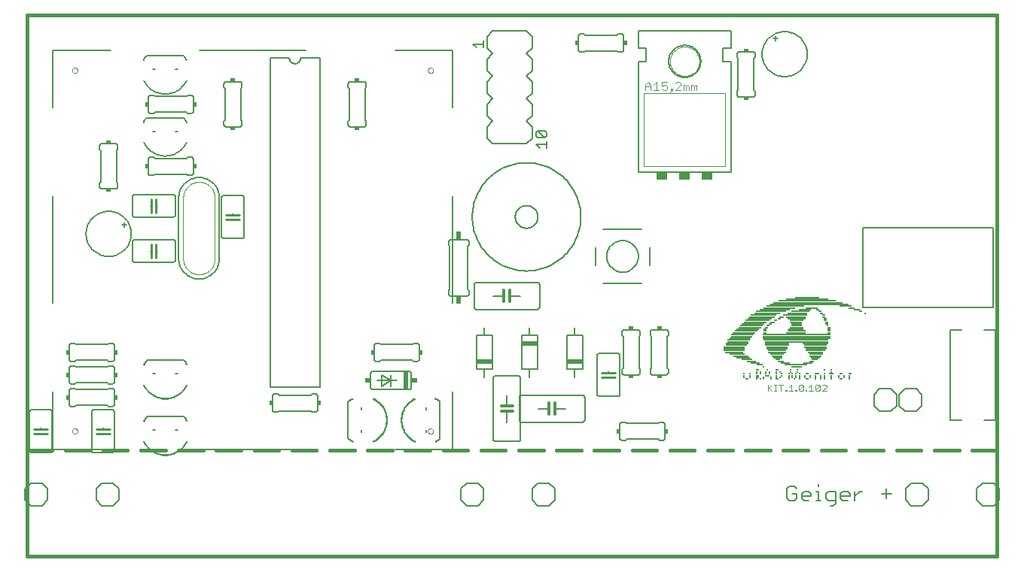
<source format=gto>
G75*
G70*
%OFA0B0*%
%FSLAX24Y24*%
%IPPOS*%
%LPD*%
%AMOC8*
5,1,8,0,0,1.08239X$1,22.5*
%
%ADD10C,0.0160*%
%ADD11R,0.0157X0.0079*%
%ADD12R,0.0079X0.0079*%
%ADD13R,0.0236X0.0079*%
%ADD14R,0.0472X0.0079*%
%ADD15R,0.0315X0.0079*%
%ADD16R,0.1024X0.0079*%
%ADD17R,0.0394X0.0079*%
%ADD18R,0.0630X0.0079*%
%ADD19R,0.0709X0.0079*%
%ADD20R,0.0551X0.0079*%
%ADD21R,0.0787X0.0079*%
%ADD22R,0.0945X0.0079*%
%ADD23R,0.0866X0.0079*%
%ADD24R,0.1102X0.0079*%
%ADD25R,0.1181X0.0079*%
%ADD26R,0.2835X0.0079*%
%ADD27R,0.2913X0.0079*%
%ADD28R,0.2992X0.0079*%
%ADD29R,0.1339X0.0079*%
%ADD30R,0.1417X0.0079*%
%ADD31R,0.1654X0.0079*%
%ADD32R,0.3465X0.0079*%
%ADD33R,0.3071X0.0079*%
%ADD34R,0.2520X0.0079*%
%ADD35R,0.1890X0.0079*%
%ADD36C,0.0030*%
%ADD37C,0.0060*%
%ADD38C,0.0020*%
%ADD39C,0.0100*%
%ADD40C,0.0050*%
%ADD41R,0.0150X0.0200*%
%ADD42R,0.0700X0.0200*%
%ADD43R,0.0200X0.0150*%
%ADD44C,0.0010*%
%ADD45C,0.0080*%
%ADD46C,0.0000*%
%ADD47C,0.0040*%
%ADD48R,0.0500X0.0350*%
%ADD49R,0.0200X0.0800*%
%ADD50R,0.0250X0.0200*%
%ADD51R,0.0240X0.0340*%
%ADD52C,0.0120*%
D10*
X000772Y000183D02*
X000772Y004907D01*
X001855Y004907D01*
X002445Y004907D02*
X003528Y004907D01*
X004119Y004907D02*
X005201Y004907D01*
X005792Y004907D02*
X006875Y004907D01*
X007465Y004907D02*
X008548Y004907D01*
X009138Y004907D02*
X010221Y004907D01*
X010812Y004907D02*
X011894Y004907D01*
X012485Y004907D02*
X013567Y004907D01*
X014158Y004907D02*
X015241Y004907D01*
X015831Y004907D02*
X016914Y004907D01*
X017504Y004907D02*
X018587Y004907D01*
X019178Y004907D02*
X020260Y004907D01*
X020851Y004907D02*
X021934Y004907D01*
X022524Y004907D02*
X023607Y004907D01*
X024197Y004907D02*
X025280Y004907D01*
X025871Y004907D02*
X026953Y004907D01*
X027544Y004907D02*
X028627Y004907D01*
X029217Y004907D02*
X030300Y004907D01*
X030890Y004907D02*
X031973Y004907D01*
X032564Y004907D02*
X033646Y004907D01*
X034237Y004907D02*
X035319Y004907D01*
X035910Y004907D02*
X036993Y004907D01*
X037583Y004907D02*
X038666Y004907D01*
X039256Y004907D02*
X040339Y004907D01*
X040930Y004907D02*
X042012Y004907D01*
X042603Y004907D02*
X043686Y004907D01*
X043686Y004120D01*
X043686Y004907D01*
X043686Y024198D01*
X000772Y024198D01*
X000772Y004907D01*
X000772Y000183D02*
X043686Y000183D01*
X043686Y004120D01*
D11*
X036796Y008057D03*
X036796Y008293D03*
X037190Y008293D03*
X035300Y008293D03*
X035300Y008057D03*
X033961Y008057D03*
X033961Y008450D03*
X033095Y008450D03*
X033095Y008214D03*
X033095Y008135D03*
X032623Y008057D03*
X033410Y010104D03*
X033410Y010183D03*
X033410Y010261D03*
X033489Y010340D03*
X033567Y010419D03*
X033646Y010497D03*
X033882Y010655D03*
X034040Y010734D03*
X035772Y011127D03*
X035851Y011049D03*
X035930Y010970D03*
X036008Y010891D03*
X036008Y010812D03*
X036087Y010734D03*
X036087Y010655D03*
X036166Y010576D03*
X036166Y010497D03*
X036245Y010340D03*
X036245Y010261D03*
X036245Y010183D03*
X036245Y010104D03*
X037662Y011049D03*
D12*
X037859Y010970D03*
X036205Y010419D03*
X033371Y008608D03*
X033528Y008450D03*
X033449Y008371D03*
X033449Y008293D03*
X033607Y008293D03*
X033607Y008371D03*
X033686Y008135D03*
X033686Y008057D03*
X033922Y008135D03*
X033922Y008214D03*
X033922Y008293D03*
X033922Y008371D03*
X034079Y008371D03*
X034158Y008293D03*
X034158Y008214D03*
X034079Y008135D03*
X034473Y008135D03*
X034473Y008057D03*
X034473Y008214D03*
X034473Y008293D03*
X034552Y008371D03*
X034552Y008450D03*
X034630Y008293D03*
X034630Y008214D03*
X034630Y008135D03*
X034709Y008057D03*
X034788Y008135D03*
X034788Y008214D03*
X034788Y008293D03*
X034867Y008371D03*
X034867Y008450D03*
X034945Y008293D03*
X034945Y008214D03*
X034945Y008135D03*
X034945Y008057D03*
X035182Y008135D03*
X035182Y008214D03*
X035418Y008214D03*
X035418Y008135D03*
X035654Y008135D03*
X035654Y008057D03*
X035654Y008214D03*
X035890Y008214D03*
X035890Y008135D03*
X035890Y008057D03*
X036048Y008057D03*
X036048Y008135D03*
X036048Y008214D03*
X036048Y008293D03*
X036048Y008450D03*
X036363Y008450D03*
X036363Y008371D03*
X036363Y008214D03*
X036363Y008135D03*
X036363Y008057D03*
X036678Y008135D03*
X036678Y008214D03*
X036914Y008214D03*
X036914Y008135D03*
X037150Y008135D03*
X037150Y008057D03*
X037150Y008214D03*
X033371Y008135D03*
X033371Y008057D03*
X033213Y008057D03*
X033056Y008057D03*
X033056Y008293D03*
X033056Y008371D03*
X033213Y008371D03*
X033213Y008293D03*
X032741Y008293D03*
X032741Y008214D03*
X032741Y008135D03*
X032504Y008135D03*
X032504Y008214D03*
X032504Y008293D03*
D13*
X033528Y008214D03*
X034001Y008923D03*
X035497Y008844D03*
X035733Y008293D03*
X036363Y008293D03*
X033764Y010576D03*
X034158Y010812D03*
D14*
X034827Y010497D03*
X034827Y010419D03*
X033961Y009080D03*
X034827Y008608D03*
X032623Y008923D03*
D15*
X033174Y008686D03*
X034119Y008844D03*
X035615Y008923D03*
X037268Y011206D03*
X037504Y011127D03*
D16*
X035654Y009553D03*
X035654Y009474D03*
X034788Y008686D03*
X032583Y010183D03*
X032662Y010261D03*
X032741Y010340D03*
X032819Y010419D03*
X032898Y010497D03*
X032977Y010576D03*
X032504Y010104D03*
X032426Y010025D03*
X032268Y009789D03*
X032190Y009631D03*
D17*
X032819Y008844D03*
X032977Y008765D03*
X034001Y009001D03*
X034315Y008765D03*
X035339Y008765D03*
X035654Y009001D03*
D18*
X035693Y009159D03*
X033961Y009159D03*
X032465Y009001D03*
X034827Y010340D03*
X034827Y010655D03*
D19*
X034788Y010261D03*
X035654Y009238D03*
X032347Y009080D03*
X032190Y009159D03*
D20*
X034788Y010576D03*
X035182Y011127D03*
X035497Y011206D03*
X036993Y011285D03*
X035654Y009080D03*
D21*
X034827Y010183D03*
X034827Y010734D03*
X034985Y011049D03*
X033961Y009316D03*
X033961Y009238D03*
X032071Y009238D03*
D22*
X032071Y009316D03*
X032071Y009395D03*
X032071Y009474D03*
X032150Y009553D03*
X032229Y009710D03*
X032308Y009868D03*
X032386Y009946D03*
X033961Y009474D03*
X033961Y009395D03*
X035693Y009395D03*
D23*
X035654Y009316D03*
X034788Y010104D03*
X034788Y010812D03*
X034867Y010970D03*
D24*
X034749Y010891D03*
X035300Y011679D03*
X033174Y010734D03*
X033095Y010655D03*
X033961Y009631D03*
X033961Y009553D03*
D25*
X035654Y009631D03*
X033528Y010970D03*
X033371Y010891D03*
X033292Y010812D03*
D26*
X034827Y009710D03*
D27*
X034788Y009789D03*
D28*
X034827Y009868D03*
X034827Y009946D03*
X034827Y010025D03*
D29*
X033843Y011127D03*
X033686Y011049D03*
D30*
X034040Y011206D03*
D31*
X034315Y011285D03*
D32*
X035378Y011364D03*
D33*
X035339Y011442D03*
D34*
X035300Y011521D03*
D35*
X035300Y011600D03*
D36*
X035457Y007811D02*
X035457Y007520D01*
X035360Y007520D02*
X035554Y007520D01*
X035655Y007569D02*
X035703Y007520D01*
X035800Y007520D01*
X035848Y007569D01*
X035848Y007762D01*
X035655Y007569D01*
X035655Y007762D01*
X035703Y007811D01*
X035800Y007811D01*
X035848Y007762D01*
X035949Y007762D02*
X035998Y007811D01*
X036095Y007811D01*
X036143Y007762D01*
X036143Y007714D01*
X035949Y007520D01*
X036143Y007520D01*
X035457Y007811D02*
X035360Y007714D01*
X035261Y007569D02*
X035261Y007520D01*
X035213Y007520D01*
X035213Y007569D01*
X035261Y007569D01*
X035112Y007569D02*
X035063Y007520D01*
X034966Y007520D01*
X034918Y007569D01*
X035112Y007762D01*
X035112Y007569D01*
X035112Y007762D02*
X035063Y007811D01*
X034966Y007811D01*
X034918Y007762D01*
X034918Y007569D01*
X034819Y007569D02*
X034819Y007520D01*
X034771Y007520D01*
X034771Y007569D01*
X034819Y007569D01*
X034670Y007520D02*
X034476Y007520D01*
X034573Y007520D02*
X034573Y007811D01*
X034476Y007714D01*
X034377Y007569D02*
X034377Y007520D01*
X034329Y007520D01*
X034329Y007569D01*
X034377Y007569D01*
X034131Y007520D02*
X034131Y007811D01*
X034034Y007811D02*
X034228Y007811D01*
X033934Y007811D02*
X033838Y007811D01*
X033886Y007811D02*
X033886Y007520D01*
X033838Y007520D02*
X033934Y007520D01*
X033737Y007520D02*
X033591Y007665D01*
X033543Y007617D02*
X033737Y007811D01*
X033543Y007811D02*
X033543Y007520D01*
D37*
X029142Y008346D02*
X029142Y008496D01*
X029092Y008546D01*
X029092Y009946D01*
X029142Y009996D01*
X029142Y010146D01*
X029140Y010163D01*
X029136Y010180D01*
X029129Y010196D01*
X029119Y010210D01*
X029106Y010223D01*
X029092Y010233D01*
X029076Y010240D01*
X029059Y010244D01*
X029042Y010246D01*
X028442Y010246D01*
X028425Y010244D01*
X028408Y010240D01*
X028392Y010233D01*
X028378Y010223D01*
X028365Y010210D01*
X028355Y010196D01*
X028348Y010180D01*
X028344Y010163D01*
X028342Y010146D01*
X028342Y009996D01*
X028392Y009946D01*
X028392Y008546D01*
X028342Y008496D01*
X028342Y008346D01*
X028344Y008329D01*
X028348Y008312D01*
X028355Y008296D01*
X028365Y008282D01*
X028378Y008269D01*
X028392Y008259D01*
X028408Y008252D01*
X028425Y008248D01*
X028442Y008246D01*
X029042Y008246D01*
X029059Y008248D01*
X029076Y008252D01*
X029092Y008259D01*
X029106Y008269D01*
X029119Y008282D01*
X029129Y008296D01*
X029136Y008312D01*
X029140Y008329D01*
X029142Y008346D01*
X027892Y008346D02*
X027892Y008496D01*
X027842Y008546D01*
X027842Y009946D01*
X027892Y009996D01*
X027892Y010146D01*
X027890Y010163D01*
X027886Y010180D01*
X027879Y010196D01*
X027869Y010210D01*
X027856Y010223D01*
X027842Y010233D01*
X027826Y010240D01*
X027809Y010244D01*
X027792Y010246D01*
X027192Y010246D01*
X027175Y010244D01*
X027158Y010240D01*
X027142Y010233D01*
X027128Y010223D01*
X027115Y010210D01*
X027105Y010196D01*
X027098Y010180D01*
X027094Y010163D01*
X027092Y010146D01*
X027092Y009996D01*
X027142Y009946D01*
X027142Y008546D01*
X027092Y008496D01*
X027092Y008346D01*
X027094Y008329D01*
X027098Y008312D01*
X027105Y008296D01*
X027115Y008282D01*
X027128Y008269D01*
X027142Y008259D01*
X027158Y008252D01*
X027175Y008248D01*
X027192Y008246D01*
X027792Y008246D01*
X027809Y008248D01*
X027826Y008252D01*
X027842Y008259D01*
X027856Y008269D01*
X027869Y008282D01*
X027879Y008296D01*
X027886Y008312D01*
X027890Y008329D01*
X027892Y008346D01*
X026992Y009096D02*
X026992Y007396D01*
X026990Y007379D01*
X026986Y007362D01*
X026979Y007346D01*
X026969Y007332D01*
X026956Y007319D01*
X026942Y007309D01*
X026926Y007302D01*
X026909Y007298D01*
X026892Y007296D01*
X026092Y007296D01*
X026075Y007298D01*
X026058Y007302D01*
X026042Y007309D01*
X026028Y007319D01*
X026015Y007332D01*
X026005Y007346D01*
X025998Y007362D01*
X025994Y007379D01*
X025992Y007396D01*
X025992Y009096D01*
X025994Y009113D01*
X025998Y009130D01*
X026005Y009146D01*
X026015Y009160D01*
X026028Y009173D01*
X026042Y009183D01*
X026058Y009190D01*
X026075Y009194D01*
X026092Y009196D01*
X026892Y009196D01*
X026909Y009194D01*
X026926Y009190D01*
X026942Y009183D01*
X026956Y009173D01*
X026969Y009160D01*
X026979Y009146D01*
X026986Y009130D01*
X026990Y009113D01*
X026992Y009096D01*
X026492Y008396D02*
X026492Y008346D01*
X026492Y008146D02*
X026492Y008096D01*
X025342Y008496D02*
X024992Y008496D01*
X024642Y008496D01*
X024642Y009996D01*
X024992Y009996D01*
X025342Y009996D01*
X025342Y008496D01*
X024992Y008496D02*
X024992Y008146D01*
X025342Y007346D02*
X022642Y007346D01*
X022625Y007344D01*
X022608Y007340D01*
X022592Y007333D01*
X022578Y007323D01*
X022565Y007310D01*
X022555Y007296D01*
X022548Y007280D01*
X022544Y007263D01*
X022542Y007246D01*
X022542Y006246D01*
X022544Y006229D01*
X022548Y006212D01*
X022555Y006196D01*
X022565Y006182D01*
X022578Y006169D01*
X022592Y006159D01*
X022608Y006152D01*
X022625Y006148D01*
X022642Y006146D01*
X025342Y006146D01*
X025359Y006148D01*
X025376Y006152D01*
X025392Y006159D01*
X025406Y006169D01*
X025419Y006182D01*
X025429Y006196D01*
X025436Y006212D01*
X025440Y006229D01*
X025442Y006246D01*
X025442Y007246D01*
X025440Y007263D01*
X025436Y007280D01*
X025429Y007296D01*
X025419Y007310D01*
X025406Y007323D01*
X025392Y007333D01*
X025376Y007340D01*
X025359Y007344D01*
X025342Y007346D01*
X024592Y006746D02*
X024112Y006746D01*
X023862Y006746D02*
X023392Y006746D01*
X021992Y006866D02*
X021992Y007346D01*
X021992Y006616D02*
X021992Y006146D01*
X022592Y005396D02*
X022590Y005379D01*
X022586Y005362D01*
X022579Y005346D01*
X022569Y005332D01*
X022556Y005319D01*
X022542Y005309D01*
X022526Y005302D01*
X022509Y005298D01*
X022492Y005296D01*
X021492Y005296D01*
X021475Y005298D01*
X021458Y005302D01*
X021442Y005309D01*
X021428Y005319D01*
X021415Y005332D01*
X021405Y005346D01*
X021398Y005362D01*
X021394Y005379D01*
X021392Y005396D01*
X021392Y008096D01*
X021394Y008113D01*
X021398Y008130D01*
X021405Y008146D01*
X021415Y008160D01*
X021428Y008173D01*
X021442Y008183D01*
X021458Y008190D01*
X021475Y008194D01*
X021492Y008196D01*
X022492Y008196D01*
X022509Y008194D01*
X022526Y008190D01*
X022542Y008183D01*
X022556Y008173D01*
X022569Y008160D01*
X022579Y008146D01*
X022586Y008130D01*
X022590Y008113D01*
X022592Y008096D01*
X022592Y005396D01*
X023357Y003438D02*
X023107Y003188D01*
X023107Y002688D01*
X023357Y002438D01*
X023857Y002438D01*
X024107Y002688D01*
X024107Y003188D01*
X023857Y003438D01*
X023357Y003438D01*
X020957Y003188D02*
X020957Y002688D01*
X020707Y002438D01*
X020207Y002438D01*
X019957Y002688D01*
X019957Y003188D01*
X020207Y003438D01*
X020707Y003438D01*
X020957Y003188D01*
X026992Y005446D02*
X026992Y006046D01*
X026994Y006063D01*
X026998Y006080D01*
X027005Y006096D01*
X027015Y006110D01*
X027028Y006123D01*
X027042Y006133D01*
X027058Y006140D01*
X027075Y006144D01*
X027092Y006146D01*
X027242Y006146D01*
X027292Y006096D01*
X028692Y006096D01*
X028742Y006146D01*
X028892Y006146D01*
X028909Y006144D01*
X028926Y006140D01*
X028942Y006133D01*
X028956Y006123D01*
X028969Y006110D01*
X028979Y006096D01*
X028986Y006080D01*
X028990Y006063D01*
X028992Y006046D01*
X028992Y005446D01*
X028990Y005429D01*
X028986Y005412D01*
X028979Y005396D01*
X028969Y005382D01*
X028956Y005369D01*
X028942Y005359D01*
X028926Y005352D01*
X028909Y005348D01*
X028892Y005346D01*
X028742Y005346D01*
X028692Y005396D01*
X027292Y005396D01*
X027242Y005346D01*
X027092Y005346D01*
X027075Y005348D01*
X027058Y005352D01*
X027042Y005359D01*
X027028Y005369D01*
X027015Y005382D01*
X027005Y005396D01*
X026998Y005412D01*
X026994Y005429D01*
X026992Y005446D01*
X022992Y008146D02*
X022992Y008496D01*
X023342Y008496D01*
X023342Y009996D01*
X022992Y009996D01*
X022642Y009996D01*
X022642Y008496D01*
X022992Y008496D01*
X021342Y008496D02*
X020992Y008496D01*
X020642Y008496D01*
X020642Y009996D01*
X020992Y009996D01*
X021342Y009996D01*
X021342Y008496D01*
X020992Y008496D02*
X020992Y008146D01*
X018117Y008946D02*
X018117Y009546D01*
X018115Y009563D01*
X018111Y009580D01*
X018104Y009596D01*
X018094Y009610D01*
X018081Y009623D01*
X018067Y009633D01*
X018051Y009640D01*
X018034Y009644D01*
X018017Y009646D01*
X017867Y009646D01*
X017817Y009596D01*
X016417Y009596D01*
X016367Y009646D01*
X016217Y009646D01*
X016200Y009644D01*
X016183Y009640D01*
X016167Y009633D01*
X016153Y009623D01*
X016140Y009610D01*
X016130Y009596D01*
X016123Y009580D01*
X016119Y009563D01*
X016117Y009546D01*
X016117Y008946D01*
X016119Y008929D01*
X016123Y008912D01*
X016130Y008896D01*
X016140Y008882D01*
X016153Y008869D01*
X016167Y008859D01*
X016183Y008852D01*
X016200Y008848D01*
X016217Y008846D01*
X016367Y008846D01*
X016417Y008896D01*
X017817Y008896D01*
X017867Y008846D01*
X018017Y008846D01*
X018034Y008848D01*
X018051Y008852D01*
X018067Y008859D01*
X018081Y008869D01*
X018094Y008882D01*
X018104Y008896D01*
X018111Y008912D01*
X018115Y008929D01*
X018117Y008946D01*
X017667Y008396D02*
X016067Y008396D01*
X016050Y008394D01*
X016033Y008390D01*
X016017Y008383D01*
X016003Y008373D01*
X015990Y008360D01*
X015980Y008346D01*
X015973Y008330D01*
X015969Y008313D01*
X015967Y008296D01*
X015967Y007696D01*
X015969Y007679D01*
X015973Y007662D01*
X015980Y007646D01*
X015990Y007632D01*
X016003Y007619D01*
X016017Y007609D01*
X016033Y007602D01*
X016050Y007598D01*
X016067Y007596D01*
X017667Y007596D01*
X017684Y007598D01*
X017701Y007602D01*
X017717Y007609D01*
X017731Y007619D01*
X017744Y007632D01*
X017754Y007646D01*
X017761Y007662D01*
X017765Y007679D01*
X017767Y007696D01*
X017767Y008296D01*
X017765Y008313D01*
X017761Y008330D01*
X017754Y008346D01*
X017744Y008360D01*
X017731Y008373D01*
X017717Y008383D01*
X017701Y008390D01*
X017684Y008394D01*
X017667Y008396D01*
X017117Y007996D02*
X016867Y007996D01*
X016867Y008246D01*
X016867Y007996D02*
X016267Y007996D01*
X016467Y007746D02*
X016467Y008246D01*
X016867Y007996D01*
X016867Y007746D01*
X016867Y007996D02*
X016467Y007746D01*
X013717Y007696D02*
X011517Y007696D01*
X011517Y022296D01*
X012367Y022296D01*
X012369Y022266D01*
X012374Y022236D01*
X012383Y022207D01*
X012396Y022180D01*
X012411Y022154D01*
X012430Y022130D01*
X012451Y022109D01*
X012475Y022090D01*
X012501Y022075D01*
X012528Y022062D01*
X012557Y022053D01*
X012587Y022048D01*
X012617Y022046D01*
X012647Y022048D01*
X012677Y022053D01*
X012706Y022062D01*
X012733Y022075D01*
X012759Y022090D01*
X012783Y022109D01*
X012804Y022130D01*
X012823Y022154D01*
X012838Y022180D01*
X012851Y022207D01*
X012860Y022236D01*
X012865Y022266D01*
X012867Y022296D01*
X013717Y022296D01*
X013717Y007696D01*
X013517Y007396D02*
X013367Y007396D01*
X013317Y007346D01*
X011917Y007346D01*
X011867Y007396D01*
X011717Y007396D01*
X011700Y007394D01*
X011683Y007390D01*
X011667Y007383D01*
X011653Y007373D01*
X011640Y007360D01*
X011630Y007346D01*
X011623Y007330D01*
X011619Y007313D01*
X011617Y007296D01*
X011617Y006696D01*
X011619Y006679D01*
X011623Y006662D01*
X011630Y006646D01*
X011640Y006632D01*
X011653Y006619D01*
X011667Y006609D01*
X011683Y006602D01*
X011700Y006598D01*
X011717Y006596D01*
X011867Y006596D01*
X011917Y006646D01*
X013317Y006646D01*
X013367Y006596D01*
X013517Y006596D01*
X013534Y006598D01*
X013551Y006602D01*
X013567Y006609D01*
X013581Y006619D01*
X013594Y006632D01*
X013604Y006646D01*
X013611Y006662D01*
X013615Y006679D01*
X013617Y006696D01*
X013617Y007296D01*
X013615Y007313D01*
X013611Y007330D01*
X013604Y007346D01*
X013594Y007360D01*
X013581Y007373D01*
X013567Y007383D01*
X013551Y007390D01*
X013534Y007394D01*
X013517Y007396D01*
X020642Y011146D02*
X023342Y011146D01*
X023359Y011148D01*
X023376Y011152D01*
X023392Y011159D01*
X023406Y011169D01*
X023419Y011182D01*
X023429Y011196D01*
X023436Y011212D01*
X023440Y011229D01*
X023442Y011246D01*
X023442Y012246D01*
X023440Y012263D01*
X023436Y012280D01*
X023429Y012296D01*
X023419Y012310D01*
X023406Y012323D01*
X023392Y012333D01*
X023376Y012340D01*
X023359Y012344D01*
X023342Y012346D01*
X020642Y012346D01*
X020625Y012344D01*
X020608Y012340D01*
X020592Y012333D01*
X020578Y012323D01*
X020565Y012310D01*
X020555Y012296D01*
X020548Y012280D01*
X020544Y012263D01*
X020542Y012246D01*
X020542Y011246D01*
X020544Y011229D01*
X020548Y011212D01*
X020555Y011196D01*
X020565Y011182D01*
X020578Y011169D01*
X020592Y011159D01*
X020608Y011152D01*
X020625Y011148D01*
X020642Y011146D01*
X020217Y011746D02*
X019517Y011746D01*
X019500Y011748D01*
X019483Y011752D01*
X019467Y011759D01*
X019453Y011769D01*
X019440Y011782D01*
X019430Y011796D01*
X019423Y011812D01*
X019419Y011829D01*
X019417Y011846D01*
X019417Y011996D01*
X019467Y012046D01*
X019467Y013946D01*
X019417Y013996D01*
X019417Y014146D01*
X019419Y014163D01*
X019423Y014180D01*
X019430Y014196D01*
X019440Y014210D01*
X019453Y014223D01*
X019467Y014233D01*
X019483Y014240D01*
X019500Y014244D01*
X019517Y014246D01*
X020217Y014246D01*
X020234Y014244D01*
X020251Y014240D01*
X020267Y014233D01*
X020281Y014223D01*
X020294Y014210D01*
X020304Y014196D01*
X020311Y014180D01*
X020315Y014163D01*
X020317Y014146D01*
X020317Y013996D01*
X020267Y013946D01*
X020267Y012046D01*
X020317Y011996D01*
X020317Y011846D01*
X020315Y011829D01*
X020311Y011812D01*
X020304Y011796D01*
X020294Y011782D01*
X020281Y011769D01*
X020267Y011759D01*
X020251Y011752D01*
X020234Y011748D01*
X020217Y011746D01*
X021392Y011746D02*
X021862Y011746D01*
X022112Y011746D02*
X022592Y011746D01*
X022992Y010346D02*
X022992Y009996D01*
X024992Y009996D02*
X024992Y010346D01*
X020992Y010346D02*
X020992Y009996D01*
X022367Y015246D02*
X022369Y015290D01*
X022375Y015334D01*
X022385Y015377D01*
X022398Y015419D01*
X022415Y015460D01*
X022436Y015499D01*
X022460Y015536D01*
X022487Y015571D01*
X022517Y015603D01*
X022550Y015633D01*
X022586Y015659D01*
X022623Y015683D01*
X022663Y015702D01*
X022704Y015719D01*
X022747Y015731D01*
X022790Y015740D01*
X022834Y015745D01*
X022878Y015746D01*
X022922Y015743D01*
X022966Y015736D01*
X023009Y015725D01*
X023051Y015711D01*
X023091Y015693D01*
X023130Y015671D01*
X023166Y015647D01*
X023200Y015619D01*
X023232Y015588D01*
X023261Y015554D01*
X023287Y015518D01*
X023309Y015480D01*
X023328Y015440D01*
X023343Y015398D01*
X023355Y015356D01*
X023363Y015312D01*
X023367Y015268D01*
X023367Y015224D01*
X023363Y015180D01*
X023355Y015136D01*
X023343Y015094D01*
X023328Y015052D01*
X023309Y015012D01*
X023287Y014974D01*
X023261Y014938D01*
X023232Y014904D01*
X023200Y014873D01*
X023166Y014845D01*
X023130Y014821D01*
X023091Y014799D01*
X023051Y014781D01*
X023009Y014767D01*
X022966Y014756D01*
X022922Y014749D01*
X022878Y014746D01*
X022834Y014747D01*
X022790Y014752D01*
X022747Y014761D01*
X022704Y014773D01*
X022663Y014790D01*
X022623Y014809D01*
X022586Y014833D01*
X022550Y014859D01*
X022517Y014889D01*
X022487Y014921D01*
X022460Y014956D01*
X022436Y014993D01*
X022415Y015032D01*
X022398Y015073D01*
X022385Y015115D01*
X022375Y015158D01*
X022369Y015202D01*
X022367Y015246D01*
X020467Y015246D02*
X020470Y015364D01*
X020479Y015481D01*
X020493Y015598D01*
X020513Y015714D01*
X020539Y015829D01*
X020570Y015943D01*
X020607Y016055D01*
X020650Y016164D01*
X020697Y016272D01*
X020750Y016377D01*
X020808Y016480D01*
X020871Y016579D01*
X020939Y016676D01*
X021012Y016769D01*
X021089Y016858D01*
X021170Y016943D01*
X021255Y017024D01*
X021344Y017101D01*
X021437Y017174D01*
X021534Y017242D01*
X021633Y017305D01*
X021736Y017363D01*
X021841Y017416D01*
X021949Y017463D01*
X022058Y017506D01*
X022170Y017543D01*
X022284Y017574D01*
X022399Y017600D01*
X022515Y017620D01*
X022632Y017634D01*
X022749Y017643D01*
X022867Y017646D01*
X022985Y017643D01*
X023102Y017634D01*
X023219Y017620D01*
X023335Y017600D01*
X023450Y017574D01*
X023564Y017543D01*
X023676Y017506D01*
X023785Y017463D01*
X023893Y017416D01*
X023998Y017363D01*
X024101Y017305D01*
X024200Y017242D01*
X024297Y017174D01*
X024390Y017101D01*
X024479Y017024D01*
X024564Y016943D01*
X024645Y016858D01*
X024722Y016769D01*
X024795Y016676D01*
X024863Y016579D01*
X024926Y016480D01*
X024984Y016377D01*
X025037Y016272D01*
X025084Y016164D01*
X025127Y016055D01*
X025164Y015943D01*
X025195Y015829D01*
X025221Y015714D01*
X025241Y015598D01*
X025255Y015481D01*
X025264Y015364D01*
X025267Y015246D01*
X025264Y015128D01*
X025255Y015011D01*
X025241Y014894D01*
X025221Y014778D01*
X025195Y014663D01*
X025164Y014549D01*
X025127Y014437D01*
X025084Y014328D01*
X025037Y014220D01*
X024984Y014115D01*
X024926Y014012D01*
X024863Y013913D01*
X024795Y013816D01*
X024722Y013723D01*
X024645Y013634D01*
X024564Y013549D01*
X024479Y013468D01*
X024390Y013391D01*
X024297Y013318D01*
X024200Y013250D01*
X024101Y013187D01*
X023998Y013129D01*
X023893Y013076D01*
X023785Y013029D01*
X023676Y012986D01*
X023564Y012949D01*
X023450Y012918D01*
X023335Y012892D01*
X023219Y012872D01*
X023102Y012858D01*
X022985Y012849D01*
X022867Y012846D01*
X022749Y012849D01*
X022632Y012858D01*
X022515Y012872D01*
X022399Y012892D01*
X022284Y012918D01*
X022170Y012949D01*
X022058Y012986D01*
X021949Y013029D01*
X021841Y013076D01*
X021736Y013129D01*
X021633Y013187D01*
X021534Y013250D01*
X021437Y013318D01*
X021344Y013391D01*
X021255Y013468D01*
X021170Y013549D01*
X021089Y013634D01*
X021012Y013723D01*
X020939Y013816D01*
X020871Y013913D01*
X020808Y014012D01*
X020750Y014115D01*
X020697Y014220D01*
X020650Y014328D01*
X020607Y014437D01*
X020570Y014549D01*
X020539Y014663D01*
X020513Y014778D01*
X020493Y014894D01*
X020479Y015011D01*
X020470Y015128D01*
X020467Y015246D01*
X021367Y018496D02*
X021117Y018746D01*
X021117Y019246D01*
X021367Y019496D01*
X021117Y019746D01*
X021117Y020246D01*
X021367Y020496D01*
X021117Y020746D01*
X021117Y021246D01*
X021367Y021496D01*
X021117Y021746D01*
X021117Y022246D01*
X021367Y022496D01*
X021117Y022746D01*
X021117Y023246D01*
X021367Y023496D01*
X022867Y023496D01*
X023117Y023246D01*
X023117Y022746D01*
X022867Y022496D01*
X023117Y022246D01*
X023117Y021746D01*
X022867Y021496D01*
X023117Y021246D01*
X023117Y020746D01*
X022867Y020496D01*
X023117Y020246D01*
X023117Y019746D01*
X022867Y019496D01*
X023117Y019246D01*
X023117Y018746D01*
X022867Y018496D01*
X021367Y018496D01*
X015767Y019346D02*
X015767Y019496D01*
X015717Y019546D01*
X015717Y020946D01*
X015767Y020996D01*
X015767Y021146D01*
X015765Y021163D01*
X015761Y021180D01*
X015754Y021196D01*
X015744Y021210D01*
X015731Y021223D01*
X015717Y021233D01*
X015701Y021240D01*
X015684Y021244D01*
X015667Y021246D01*
X015067Y021246D01*
X015050Y021244D01*
X015033Y021240D01*
X015017Y021233D01*
X015003Y021223D01*
X014990Y021210D01*
X014980Y021196D01*
X014973Y021180D01*
X014969Y021163D01*
X014967Y021146D01*
X014967Y020996D01*
X015017Y020946D01*
X015017Y019546D01*
X014967Y019496D01*
X014967Y019346D01*
X014969Y019329D01*
X014973Y019312D01*
X014980Y019296D01*
X014990Y019282D01*
X015003Y019269D01*
X015017Y019259D01*
X015033Y019252D01*
X015050Y019248D01*
X015067Y019246D01*
X015667Y019246D01*
X015684Y019248D01*
X015701Y019252D01*
X015717Y019259D01*
X015731Y019269D01*
X015744Y019282D01*
X015754Y019296D01*
X015761Y019312D01*
X015765Y019329D01*
X015767Y019346D01*
X010267Y019346D02*
X010267Y019496D01*
X010217Y019546D01*
X010217Y020946D01*
X010267Y020996D01*
X010267Y021146D01*
X010265Y021163D01*
X010261Y021180D01*
X010254Y021196D01*
X010244Y021210D01*
X010231Y021223D01*
X010217Y021233D01*
X010201Y021240D01*
X010184Y021244D01*
X010167Y021246D01*
X009567Y021246D01*
X009550Y021244D01*
X009533Y021240D01*
X009517Y021233D01*
X009503Y021223D01*
X009490Y021210D01*
X009480Y021196D01*
X009473Y021180D01*
X009469Y021163D01*
X009467Y021146D01*
X009467Y020996D01*
X009517Y020946D01*
X009517Y019546D01*
X009467Y019496D01*
X009467Y019346D01*
X009469Y019329D01*
X009473Y019312D01*
X009480Y019296D01*
X009490Y019282D01*
X009503Y019269D01*
X009517Y019259D01*
X009533Y019252D01*
X009550Y019248D01*
X009567Y019246D01*
X010167Y019246D01*
X010184Y019248D01*
X010201Y019252D01*
X010217Y019259D01*
X010231Y019269D01*
X010244Y019282D01*
X010254Y019296D01*
X010261Y019312D01*
X010265Y019329D01*
X010267Y019346D01*
X008117Y019946D02*
X008117Y020546D01*
X008115Y020563D01*
X008111Y020580D01*
X008104Y020596D01*
X008094Y020610D01*
X008081Y020623D01*
X008067Y020633D01*
X008051Y020640D01*
X008034Y020644D01*
X008017Y020646D01*
X007867Y020646D01*
X007817Y020596D01*
X006417Y020596D01*
X006367Y020646D01*
X006217Y020646D01*
X006200Y020644D01*
X006183Y020640D01*
X006167Y020633D01*
X006153Y020623D01*
X006140Y020610D01*
X006130Y020596D01*
X006123Y020580D01*
X006119Y020563D01*
X006117Y020546D01*
X006117Y019946D01*
X006119Y019929D01*
X006123Y019912D01*
X006130Y019896D01*
X006140Y019882D01*
X006153Y019869D01*
X006167Y019859D01*
X006183Y019852D01*
X006200Y019848D01*
X006217Y019846D01*
X006367Y019846D01*
X006417Y019896D01*
X007817Y019896D01*
X007867Y019846D01*
X008017Y019846D01*
X008034Y019848D01*
X008051Y019852D01*
X008067Y019859D01*
X008081Y019869D01*
X008094Y019882D01*
X008104Y019896D01*
X008111Y019912D01*
X008115Y019929D01*
X008117Y019946D01*
X008017Y017896D02*
X007867Y017896D01*
X007817Y017846D01*
X006417Y017846D01*
X006367Y017896D01*
X006217Y017896D01*
X006200Y017894D01*
X006183Y017890D01*
X006167Y017883D01*
X006153Y017873D01*
X006140Y017860D01*
X006130Y017846D01*
X006123Y017830D01*
X006119Y017813D01*
X006117Y017796D01*
X006117Y017196D01*
X006119Y017179D01*
X006123Y017162D01*
X006130Y017146D01*
X006140Y017132D01*
X006153Y017119D01*
X006167Y017109D01*
X006183Y017102D01*
X006200Y017098D01*
X006217Y017096D01*
X006367Y017096D01*
X006417Y017146D01*
X007817Y017146D01*
X007867Y017096D01*
X008017Y017096D01*
X008034Y017098D01*
X008051Y017102D01*
X008067Y017109D01*
X008081Y017119D01*
X008094Y017132D01*
X008104Y017146D01*
X008111Y017162D01*
X008115Y017179D01*
X008117Y017196D01*
X008117Y017796D01*
X008115Y017813D01*
X008111Y017830D01*
X008104Y017846D01*
X008094Y017860D01*
X008081Y017873D01*
X008067Y017883D01*
X008051Y017890D01*
X008034Y017894D01*
X008017Y017896D01*
X007467Y016096D02*
X007469Y016155D01*
X007475Y016213D01*
X007484Y016272D01*
X007498Y016329D01*
X007515Y016385D01*
X007536Y016440D01*
X007560Y016494D01*
X007588Y016546D01*
X007619Y016596D01*
X007653Y016644D01*
X007690Y016689D01*
X007731Y016732D01*
X007774Y016773D01*
X007819Y016810D01*
X007867Y016844D01*
X007917Y016875D01*
X007969Y016903D01*
X008023Y016927D01*
X008078Y016948D01*
X008134Y016965D01*
X008191Y016979D01*
X008250Y016988D01*
X008308Y016994D01*
X008367Y016996D01*
X008426Y016994D01*
X008484Y016988D01*
X008543Y016979D01*
X008600Y016965D01*
X008656Y016948D01*
X008711Y016927D01*
X008765Y016903D01*
X008817Y016875D01*
X008867Y016844D01*
X008915Y016810D01*
X008960Y016773D01*
X009003Y016732D01*
X009044Y016689D01*
X009081Y016644D01*
X009115Y016596D01*
X009146Y016546D01*
X009174Y016494D01*
X009198Y016440D01*
X009219Y016385D01*
X009236Y016329D01*
X009250Y016272D01*
X009259Y016213D01*
X009265Y016155D01*
X009267Y016096D01*
X009267Y013396D01*
X009265Y013337D01*
X009259Y013279D01*
X009250Y013220D01*
X009236Y013163D01*
X009219Y013107D01*
X009198Y013052D01*
X009174Y012998D01*
X009146Y012946D01*
X009115Y012896D01*
X009081Y012848D01*
X009044Y012803D01*
X009003Y012760D01*
X008960Y012719D01*
X008915Y012682D01*
X008867Y012648D01*
X008817Y012617D01*
X008765Y012589D01*
X008711Y012565D01*
X008656Y012544D01*
X008600Y012527D01*
X008543Y012513D01*
X008484Y012504D01*
X008426Y012498D01*
X008367Y012496D01*
X008308Y012498D01*
X008250Y012504D01*
X008191Y012513D01*
X008134Y012527D01*
X008078Y012544D01*
X008023Y012565D01*
X007969Y012589D01*
X007917Y012617D01*
X007867Y012648D01*
X007819Y012682D01*
X007774Y012719D01*
X007731Y012760D01*
X007690Y012803D01*
X007653Y012848D01*
X007619Y012896D01*
X007588Y012946D01*
X007560Y012998D01*
X007536Y013052D01*
X007515Y013107D01*
X007498Y013163D01*
X007484Y013220D01*
X007475Y013279D01*
X007469Y013337D01*
X007467Y013396D01*
X007467Y016096D01*
X007317Y016146D02*
X007317Y015346D01*
X007315Y015329D01*
X007311Y015312D01*
X007304Y015296D01*
X007294Y015282D01*
X007281Y015269D01*
X007267Y015259D01*
X007251Y015252D01*
X007234Y015248D01*
X007217Y015246D01*
X005517Y015246D01*
X005500Y015248D01*
X005483Y015252D01*
X005467Y015259D01*
X005453Y015269D01*
X005440Y015282D01*
X005430Y015296D01*
X005423Y015312D01*
X005419Y015329D01*
X005417Y015346D01*
X005417Y016146D01*
X005419Y016163D01*
X005423Y016180D01*
X005430Y016196D01*
X005440Y016210D01*
X005453Y016223D01*
X005467Y016233D01*
X005483Y016240D01*
X005500Y016244D01*
X005517Y016246D01*
X007217Y016246D01*
X007234Y016244D01*
X007251Y016240D01*
X007267Y016233D01*
X007281Y016223D01*
X007294Y016210D01*
X007304Y016196D01*
X007311Y016180D01*
X007315Y016163D01*
X007317Y016146D01*
X006517Y015746D02*
X006467Y015746D01*
X006267Y015746D02*
X006217Y015746D01*
X005167Y014896D02*
X004967Y014896D01*
X005067Y014996D02*
X005067Y014796D01*
X005517Y014246D02*
X007217Y014246D01*
X007234Y014244D01*
X007251Y014240D01*
X007267Y014233D01*
X007281Y014223D01*
X007294Y014210D01*
X007304Y014196D01*
X007311Y014180D01*
X007315Y014163D01*
X007317Y014146D01*
X007317Y013346D01*
X007315Y013329D01*
X007311Y013312D01*
X007304Y013296D01*
X007294Y013282D01*
X007281Y013269D01*
X007267Y013259D01*
X007251Y013252D01*
X007234Y013248D01*
X007217Y013246D01*
X005517Y013246D01*
X005500Y013248D01*
X005483Y013252D01*
X005467Y013259D01*
X005453Y013269D01*
X005440Y013282D01*
X005430Y013296D01*
X005423Y013312D01*
X005419Y013329D01*
X005417Y013346D01*
X005417Y014146D01*
X005419Y014163D01*
X005423Y014180D01*
X005430Y014196D01*
X005440Y014210D01*
X005453Y014223D01*
X005467Y014233D01*
X005483Y014240D01*
X005500Y014244D01*
X005517Y014246D01*
X006217Y013746D02*
X006267Y013746D01*
X006467Y013746D02*
X006517Y013746D01*
X003367Y014496D02*
X003369Y014559D01*
X003375Y014621D01*
X003385Y014683D01*
X003398Y014745D01*
X003416Y014805D01*
X003437Y014864D01*
X003462Y014922D01*
X003491Y014978D01*
X003523Y015032D01*
X003558Y015084D01*
X003596Y015133D01*
X003638Y015181D01*
X003682Y015225D01*
X003730Y015267D01*
X003779Y015305D01*
X003831Y015340D01*
X003885Y015372D01*
X003941Y015401D01*
X003999Y015426D01*
X004058Y015447D01*
X004118Y015465D01*
X004180Y015478D01*
X004242Y015488D01*
X004304Y015494D01*
X004367Y015496D01*
X004430Y015494D01*
X004492Y015488D01*
X004554Y015478D01*
X004616Y015465D01*
X004676Y015447D01*
X004735Y015426D01*
X004793Y015401D01*
X004849Y015372D01*
X004903Y015340D01*
X004955Y015305D01*
X005004Y015267D01*
X005052Y015225D01*
X005096Y015181D01*
X005138Y015133D01*
X005176Y015084D01*
X005211Y015032D01*
X005243Y014978D01*
X005272Y014922D01*
X005297Y014864D01*
X005318Y014805D01*
X005336Y014745D01*
X005349Y014683D01*
X005359Y014621D01*
X005365Y014559D01*
X005367Y014496D01*
X005365Y014433D01*
X005359Y014371D01*
X005349Y014309D01*
X005336Y014247D01*
X005318Y014187D01*
X005297Y014128D01*
X005272Y014070D01*
X005243Y014014D01*
X005211Y013960D01*
X005176Y013908D01*
X005138Y013859D01*
X005096Y013811D01*
X005052Y013767D01*
X005004Y013725D01*
X004955Y013687D01*
X004903Y013652D01*
X004849Y013620D01*
X004793Y013591D01*
X004735Y013566D01*
X004676Y013545D01*
X004616Y013527D01*
X004554Y013514D01*
X004492Y013504D01*
X004430Y013498D01*
X004367Y013496D01*
X004304Y013498D01*
X004242Y013504D01*
X004180Y013514D01*
X004118Y013527D01*
X004058Y013545D01*
X003999Y013566D01*
X003941Y013591D01*
X003885Y013620D01*
X003831Y013652D01*
X003779Y013687D01*
X003730Y013725D01*
X003682Y013767D01*
X003638Y013811D01*
X003596Y013859D01*
X003558Y013908D01*
X003523Y013960D01*
X003491Y014014D01*
X003462Y014070D01*
X003437Y014128D01*
X003416Y014187D01*
X003398Y014247D01*
X003385Y014309D01*
X003375Y014371D01*
X003369Y014433D01*
X003367Y014496D01*
X004067Y016496D02*
X004667Y016496D01*
X004684Y016498D01*
X004701Y016502D01*
X004717Y016509D01*
X004731Y016519D01*
X004744Y016532D01*
X004754Y016546D01*
X004761Y016562D01*
X004765Y016579D01*
X004767Y016596D01*
X004767Y016746D01*
X004717Y016796D01*
X004717Y018196D01*
X004767Y018246D01*
X004767Y018396D01*
X004765Y018413D01*
X004761Y018430D01*
X004754Y018446D01*
X004744Y018460D01*
X004731Y018473D01*
X004717Y018483D01*
X004701Y018490D01*
X004684Y018494D01*
X004667Y018496D01*
X004067Y018496D01*
X004050Y018494D01*
X004033Y018490D01*
X004017Y018483D01*
X004003Y018473D01*
X003990Y018460D01*
X003980Y018446D01*
X003973Y018430D01*
X003969Y018413D01*
X003967Y018396D01*
X003967Y018246D01*
X004017Y018196D01*
X004017Y016796D01*
X003967Y016746D01*
X003967Y016596D01*
X003969Y016579D01*
X003973Y016562D01*
X003980Y016546D01*
X003990Y016532D01*
X004003Y016519D01*
X004017Y016509D01*
X004033Y016502D01*
X004050Y016498D01*
X004067Y016496D01*
X009367Y016096D02*
X009367Y014396D01*
X009369Y014379D01*
X009373Y014362D01*
X009380Y014346D01*
X009390Y014332D01*
X009403Y014319D01*
X009417Y014309D01*
X009433Y014302D01*
X009450Y014298D01*
X009467Y014296D01*
X010267Y014296D01*
X010284Y014298D01*
X010301Y014302D01*
X010317Y014309D01*
X010331Y014319D01*
X010344Y014332D01*
X010354Y014346D01*
X010361Y014362D01*
X010365Y014379D01*
X010367Y014396D01*
X010367Y016096D01*
X010365Y016113D01*
X010361Y016130D01*
X010354Y016146D01*
X010344Y016160D01*
X010331Y016173D01*
X010317Y016183D01*
X010301Y016190D01*
X010284Y016194D01*
X010267Y016196D01*
X009467Y016196D01*
X009450Y016194D01*
X009433Y016190D01*
X009417Y016183D01*
X009403Y016173D01*
X009390Y016160D01*
X009380Y016146D01*
X009373Y016130D01*
X009369Y016113D01*
X009367Y016096D01*
X009867Y015396D02*
X009867Y015346D01*
X009867Y015146D02*
X009867Y015096D01*
X004517Y009646D02*
X004367Y009646D01*
X004317Y009596D01*
X002917Y009596D01*
X002867Y009646D01*
X002717Y009646D01*
X002700Y009644D01*
X002683Y009640D01*
X002667Y009633D01*
X002653Y009623D01*
X002640Y009610D01*
X002630Y009596D01*
X002623Y009580D01*
X002619Y009563D01*
X002617Y009546D01*
X002617Y008946D01*
X002619Y008929D01*
X002623Y008912D01*
X002630Y008896D01*
X002640Y008882D01*
X002653Y008869D01*
X002667Y008859D01*
X002683Y008852D01*
X002700Y008848D01*
X002717Y008846D01*
X002867Y008846D01*
X002917Y008896D01*
X004317Y008896D01*
X004367Y008846D01*
X004517Y008846D01*
X004534Y008848D01*
X004551Y008852D01*
X004567Y008859D01*
X004581Y008869D01*
X004594Y008882D01*
X004604Y008896D01*
X004611Y008912D01*
X004615Y008929D01*
X004617Y008946D01*
X004617Y009546D01*
X004615Y009563D01*
X004611Y009580D01*
X004604Y009596D01*
X004594Y009610D01*
X004581Y009623D01*
X004567Y009633D01*
X004551Y009640D01*
X004534Y009644D01*
X004517Y009646D01*
X004517Y008646D02*
X004367Y008646D01*
X004317Y008596D01*
X002917Y008596D01*
X002867Y008646D01*
X002717Y008646D01*
X002700Y008644D01*
X002683Y008640D01*
X002667Y008633D01*
X002653Y008623D01*
X002640Y008610D01*
X002630Y008596D01*
X002623Y008580D01*
X002619Y008563D01*
X002617Y008546D01*
X002617Y007946D01*
X002619Y007929D01*
X002623Y007912D01*
X002630Y007896D01*
X002640Y007882D01*
X002653Y007869D01*
X002667Y007859D01*
X002683Y007852D01*
X002700Y007848D01*
X002717Y007846D01*
X002867Y007846D01*
X002917Y007896D01*
X004317Y007896D01*
X004367Y007846D01*
X004517Y007846D01*
X004534Y007848D01*
X004551Y007852D01*
X004567Y007859D01*
X004581Y007869D01*
X004594Y007882D01*
X004604Y007896D01*
X004611Y007912D01*
X004615Y007929D01*
X004617Y007946D01*
X004617Y008546D01*
X004615Y008563D01*
X004611Y008580D01*
X004604Y008596D01*
X004594Y008610D01*
X004581Y008623D01*
X004567Y008633D01*
X004551Y008640D01*
X004534Y008644D01*
X004517Y008646D01*
X004517Y007646D02*
X004367Y007646D01*
X004317Y007596D01*
X002917Y007596D01*
X002867Y007646D01*
X002717Y007646D01*
X002700Y007644D01*
X002683Y007640D01*
X002667Y007633D01*
X002653Y007623D01*
X002640Y007610D01*
X002630Y007596D01*
X002623Y007580D01*
X002619Y007563D01*
X002617Y007546D01*
X002617Y006946D01*
X002619Y006929D01*
X002623Y006912D01*
X002630Y006896D01*
X002640Y006882D01*
X002653Y006869D01*
X002667Y006859D01*
X002683Y006852D01*
X002700Y006848D01*
X002717Y006846D01*
X002867Y006846D01*
X002917Y006896D01*
X004317Y006896D01*
X004367Y006846D01*
X004517Y006846D01*
X004534Y006848D01*
X004551Y006852D01*
X004567Y006859D01*
X004581Y006869D01*
X004594Y006882D01*
X004604Y006896D01*
X004611Y006912D01*
X004615Y006929D01*
X004617Y006946D01*
X004617Y007546D01*
X004615Y007563D01*
X004611Y007580D01*
X004604Y007596D01*
X004594Y007610D01*
X004581Y007623D01*
X004567Y007633D01*
X004551Y007640D01*
X004534Y007644D01*
X004517Y007646D01*
X004517Y006696D02*
X003717Y006696D01*
X003700Y006694D01*
X003683Y006690D01*
X003667Y006683D01*
X003653Y006673D01*
X003640Y006660D01*
X003630Y006646D01*
X003623Y006630D01*
X003619Y006613D01*
X003617Y006596D01*
X003617Y004896D01*
X003619Y004879D01*
X003623Y004862D01*
X003630Y004846D01*
X003640Y004832D01*
X003653Y004819D01*
X003667Y004809D01*
X003683Y004802D01*
X003700Y004798D01*
X003717Y004796D01*
X004517Y004796D01*
X004534Y004798D01*
X004551Y004802D01*
X004567Y004809D01*
X004581Y004819D01*
X004594Y004832D01*
X004604Y004846D01*
X004611Y004862D01*
X004615Y004879D01*
X004617Y004896D01*
X004617Y006596D01*
X004615Y006613D01*
X004611Y006630D01*
X004604Y006646D01*
X004594Y006660D01*
X004581Y006673D01*
X004567Y006683D01*
X004551Y006690D01*
X004534Y006694D01*
X004517Y006696D01*
X004117Y005896D02*
X004117Y005846D01*
X004117Y005646D02*
X004117Y005596D01*
X001867Y004896D02*
X001867Y006596D01*
X001865Y006613D01*
X001861Y006630D01*
X001854Y006646D01*
X001844Y006660D01*
X001831Y006673D01*
X001817Y006683D01*
X001801Y006690D01*
X001784Y006694D01*
X001767Y006696D01*
X000967Y006696D01*
X000950Y006694D01*
X000933Y006690D01*
X000917Y006683D01*
X000903Y006673D01*
X000890Y006660D01*
X000880Y006646D01*
X000873Y006630D01*
X000869Y006613D01*
X000867Y006596D01*
X000867Y004896D01*
X000869Y004879D01*
X000873Y004862D01*
X000880Y004846D01*
X000890Y004832D01*
X000903Y004819D01*
X000917Y004809D01*
X000933Y004802D01*
X000950Y004798D01*
X000967Y004796D01*
X001767Y004796D01*
X001784Y004798D01*
X001801Y004802D01*
X001817Y004809D01*
X001831Y004819D01*
X001844Y004832D01*
X001854Y004846D01*
X001861Y004862D01*
X001865Y004879D01*
X001867Y004896D01*
X001367Y005596D02*
X001367Y005646D01*
X001367Y005846D02*
X001367Y005896D01*
X001416Y003438D02*
X000916Y003438D01*
X000666Y003188D01*
X000666Y002688D01*
X000916Y002438D01*
X001416Y002438D01*
X001666Y002688D01*
X001666Y003188D01*
X001416Y003438D01*
X003815Y003188D02*
X003815Y002688D01*
X004065Y002438D01*
X004565Y002438D01*
X004815Y002688D01*
X004815Y003188D01*
X004565Y003438D01*
X004065Y003438D01*
X003815Y003188D01*
X027817Y017246D02*
X027817Y022146D01*
X028167Y022146D01*
X028167Y022746D01*
X027817Y022746D01*
X027817Y023496D01*
X031917Y023496D01*
X031917Y022746D01*
X031567Y022746D01*
X031567Y022146D01*
X031917Y022146D01*
X031917Y017246D01*
X027817Y017246D01*
X032185Y020667D02*
X032185Y020817D01*
X032235Y020867D01*
X032235Y022267D01*
X032185Y022317D01*
X032185Y022467D01*
X032187Y022484D01*
X032191Y022501D01*
X032198Y022517D01*
X032208Y022531D01*
X032221Y022544D01*
X032235Y022554D01*
X032251Y022561D01*
X032268Y022565D01*
X032285Y022567D01*
X032885Y022567D01*
X032902Y022565D01*
X032919Y022561D01*
X032935Y022554D01*
X032949Y022544D01*
X032962Y022531D01*
X032972Y022517D01*
X032979Y022501D01*
X032983Y022484D01*
X032985Y022467D01*
X032985Y022317D01*
X032935Y022267D01*
X032935Y020867D01*
X032985Y020817D01*
X032985Y020667D01*
X032983Y020650D01*
X032979Y020633D01*
X032972Y020617D01*
X032962Y020603D01*
X032949Y020590D01*
X032935Y020580D01*
X032919Y020573D01*
X032902Y020569D01*
X032885Y020567D01*
X032285Y020567D01*
X032268Y020569D01*
X032251Y020573D01*
X032235Y020580D01*
X032221Y020590D01*
X032208Y020603D01*
X032198Y020617D01*
X032191Y020633D01*
X032187Y020650D01*
X032185Y020667D01*
X029157Y022146D02*
X029159Y022199D01*
X029165Y022252D01*
X029175Y022304D01*
X029189Y022355D01*
X029206Y022405D01*
X029227Y022454D01*
X029252Y022501D01*
X029280Y022546D01*
X029312Y022589D01*
X029347Y022629D01*
X029384Y022666D01*
X029424Y022701D01*
X029467Y022733D01*
X029512Y022761D01*
X029559Y022786D01*
X029608Y022807D01*
X029658Y022824D01*
X029709Y022838D01*
X029761Y022848D01*
X029814Y022854D01*
X029867Y022856D01*
X029920Y022854D01*
X029973Y022848D01*
X030025Y022838D01*
X030076Y022824D01*
X030126Y022807D01*
X030175Y022786D01*
X030222Y022761D01*
X030267Y022733D01*
X030310Y022701D01*
X030350Y022666D01*
X030387Y022629D01*
X030422Y022589D01*
X030454Y022546D01*
X030482Y022501D01*
X030507Y022454D01*
X030528Y022405D01*
X030545Y022355D01*
X030559Y022304D01*
X030569Y022252D01*
X030575Y022199D01*
X030577Y022146D01*
X030575Y022093D01*
X030569Y022040D01*
X030559Y021988D01*
X030545Y021937D01*
X030528Y021887D01*
X030507Y021838D01*
X030482Y021791D01*
X030454Y021746D01*
X030422Y021703D01*
X030387Y021663D01*
X030350Y021626D01*
X030310Y021591D01*
X030267Y021559D01*
X030222Y021531D01*
X030175Y021506D01*
X030126Y021485D01*
X030076Y021468D01*
X030025Y021454D01*
X029973Y021444D01*
X029920Y021438D01*
X029867Y021436D01*
X029814Y021438D01*
X029761Y021444D01*
X029709Y021454D01*
X029658Y021468D01*
X029608Y021485D01*
X029559Y021506D01*
X029512Y021531D01*
X029467Y021559D01*
X029424Y021591D01*
X029384Y021626D01*
X029347Y021663D01*
X029312Y021703D01*
X029280Y021746D01*
X029252Y021791D01*
X029227Y021838D01*
X029206Y021887D01*
X029189Y021937D01*
X029175Y021988D01*
X029165Y022040D01*
X029159Y022093D01*
X029157Y022146D01*
X027170Y022664D02*
X027170Y023264D01*
X027168Y023281D01*
X027164Y023298D01*
X027157Y023314D01*
X027147Y023328D01*
X027134Y023341D01*
X027120Y023351D01*
X027104Y023358D01*
X027087Y023362D01*
X027070Y023364D01*
X026920Y023364D01*
X026870Y023314D01*
X025470Y023314D01*
X025420Y023364D01*
X025270Y023364D01*
X025253Y023362D01*
X025236Y023358D01*
X025220Y023351D01*
X025206Y023341D01*
X025193Y023328D01*
X025183Y023314D01*
X025176Y023298D01*
X025172Y023281D01*
X025170Y023264D01*
X025170Y022664D01*
X025172Y022647D01*
X025176Y022630D01*
X025183Y022614D01*
X025193Y022600D01*
X025206Y022587D01*
X025220Y022577D01*
X025236Y022570D01*
X025253Y022566D01*
X025270Y022564D01*
X025420Y022564D01*
X025470Y022614D01*
X026870Y022614D01*
X026920Y022564D01*
X027070Y022564D01*
X027087Y022566D01*
X027104Y022570D01*
X027120Y022577D01*
X027134Y022587D01*
X027147Y022600D01*
X027157Y022614D01*
X027164Y022630D01*
X027168Y022647D01*
X027170Y022664D01*
X033795Y023164D02*
X033995Y023164D01*
X033895Y023064D02*
X033895Y023264D01*
X033295Y022464D02*
X033297Y022527D01*
X033303Y022589D01*
X033313Y022651D01*
X033326Y022713D01*
X033344Y022773D01*
X033365Y022832D01*
X033390Y022890D01*
X033419Y022946D01*
X033451Y023000D01*
X033486Y023052D01*
X033524Y023101D01*
X033566Y023149D01*
X033610Y023193D01*
X033658Y023235D01*
X033707Y023273D01*
X033759Y023308D01*
X033813Y023340D01*
X033869Y023369D01*
X033927Y023394D01*
X033986Y023415D01*
X034046Y023433D01*
X034108Y023446D01*
X034170Y023456D01*
X034232Y023462D01*
X034295Y023464D01*
X034358Y023462D01*
X034420Y023456D01*
X034482Y023446D01*
X034544Y023433D01*
X034604Y023415D01*
X034663Y023394D01*
X034721Y023369D01*
X034777Y023340D01*
X034831Y023308D01*
X034883Y023273D01*
X034932Y023235D01*
X034980Y023193D01*
X035024Y023149D01*
X035066Y023101D01*
X035104Y023052D01*
X035139Y023000D01*
X035171Y022946D01*
X035200Y022890D01*
X035225Y022832D01*
X035246Y022773D01*
X035264Y022713D01*
X035277Y022651D01*
X035287Y022589D01*
X035293Y022527D01*
X035295Y022464D01*
X035293Y022401D01*
X035287Y022339D01*
X035277Y022277D01*
X035264Y022215D01*
X035246Y022155D01*
X035225Y022096D01*
X035200Y022038D01*
X035171Y021982D01*
X035139Y021928D01*
X035104Y021876D01*
X035066Y021827D01*
X035024Y021779D01*
X034980Y021735D01*
X034932Y021693D01*
X034883Y021655D01*
X034831Y021620D01*
X034777Y021588D01*
X034721Y021559D01*
X034663Y021534D01*
X034604Y021513D01*
X034544Y021495D01*
X034482Y021482D01*
X034420Y021472D01*
X034358Y021466D01*
X034295Y021464D01*
X034232Y021466D01*
X034170Y021472D01*
X034108Y021482D01*
X034046Y021495D01*
X033986Y021513D01*
X033927Y021534D01*
X033869Y021559D01*
X033813Y021588D01*
X033759Y021620D01*
X033707Y021655D01*
X033658Y021693D01*
X033610Y021735D01*
X033566Y021779D01*
X033524Y021827D01*
X033486Y021876D01*
X033451Y021928D01*
X033419Y021982D01*
X033390Y022038D01*
X033365Y022096D01*
X033344Y022155D01*
X033326Y022215D01*
X033313Y022277D01*
X033303Y022339D01*
X033297Y022401D01*
X033295Y022464D01*
X038492Y007621D02*
X038242Y007371D01*
X038242Y006871D01*
X038492Y006621D01*
X038992Y006621D01*
X039242Y006871D01*
X039242Y007371D01*
X038992Y007621D01*
X038492Y007621D01*
X039367Y007371D02*
X039617Y007621D01*
X040117Y007621D01*
X040367Y007371D01*
X040367Y006871D01*
X040117Y006621D01*
X039617Y006621D01*
X039367Y006871D01*
X039367Y007371D01*
X039892Y003438D02*
X039642Y003188D01*
X039642Y002688D01*
X039892Y002438D01*
X040392Y002438D01*
X040642Y002688D01*
X040642Y003188D01*
X040392Y003438D01*
X039892Y003438D01*
X039013Y002971D02*
X038586Y002971D01*
X038800Y003184D02*
X038800Y002757D01*
X037725Y003078D02*
X037618Y003078D01*
X037405Y002864D01*
X037405Y002651D02*
X037405Y003078D01*
X037187Y002971D02*
X037187Y002864D01*
X036760Y002864D01*
X036760Y002757D02*
X036760Y002971D01*
X036867Y003078D01*
X037080Y003078D01*
X037187Y002971D01*
X036867Y002651D02*
X036760Y002757D01*
X036867Y002651D02*
X037080Y002651D01*
X036542Y002651D02*
X036222Y002651D01*
X036115Y002757D01*
X036115Y002971D01*
X036222Y003078D01*
X036542Y003078D01*
X036542Y002544D01*
X036436Y002437D01*
X036329Y002437D01*
X035899Y002651D02*
X035686Y002651D01*
X035793Y002651D02*
X035793Y003078D01*
X035686Y003078D01*
X035793Y003291D02*
X035793Y003398D01*
X035468Y002971D02*
X035468Y002864D01*
X035041Y002864D01*
X035041Y002757D02*
X035041Y002971D01*
X035148Y003078D01*
X035361Y003078D01*
X035468Y002971D01*
X035148Y002651D02*
X035041Y002757D01*
X035148Y002651D02*
X035361Y002651D01*
X034824Y002757D02*
X034824Y002971D01*
X034610Y002971D01*
X034397Y003184D02*
X034397Y002757D01*
X034503Y002651D01*
X034717Y002651D01*
X034824Y002757D01*
X034824Y003184D02*
X034717Y003291D01*
X034503Y003291D01*
X034397Y003184D01*
X042792Y003188D02*
X042792Y002688D01*
X043042Y002438D01*
X043542Y002438D01*
X043792Y002688D01*
X043792Y003188D01*
X043542Y003438D01*
X043042Y003438D01*
X042792Y003188D01*
D38*
X031667Y017496D02*
X028067Y017496D01*
X028067Y020746D01*
X031667Y020746D01*
X031667Y017496D01*
X009067Y016096D02*
X009067Y013396D01*
X009065Y013345D01*
X009060Y013294D01*
X009050Y013244D01*
X009037Y013194D01*
X009021Y013146D01*
X009001Y013099D01*
X008977Y013053D01*
X008951Y013010D01*
X008921Y012968D01*
X008888Y012929D01*
X008853Y012892D01*
X008815Y012858D01*
X008774Y012827D01*
X008732Y012798D01*
X008687Y012773D01*
X008641Y012752D01*
X008593Y012733D01*
X008544Y012719D01*
X008494Y012708D01*
X008444Y012700D01*
X008393Y012696D01*
X008341Y012696D01*
X008290Y012700D01*
X008240Y012708D01*
X008190Y012719D01*
X008141Y012733D01*
X008093Y012752D01*
X008047Y012773D01*
X008002Y012798D01*
X007960Y012827D01*
X007919Y012858D01*
X007881Y012892D01*
X007846Y012929D01*
X007813Y012968D01*
X007783Y013010D01*
X007757Y013053D01*
X007733Y013099D01*
X007713Y013146D01*
X007697Y013194D01*
X007684Y013244D01*
X007674Y013294D01*
X007669Y013345D01*
X007667Y013396D01*
X007667Y016096D01*
X007669Y016147D01*
X007674Y016198D01*
X007684Y016248D01*
X007697Y016298D01*
X007713Y016346D01*
X007733Y016393D01*
X007757Y016439D01*
X007783Y016482D01*
X007813Y016524D01*
X007846Y016563D01*
X007881Y016600D01*
X007919Y016634D01*
X007960Y016665D01*
X008002Y016694D01*
X008047Y016719D01*
X008093Y016740D01*
X008141Y016759D01*
X008190Y016773D01*
X008240Y016784D01*
X008290Y016792D01*
X008341Y016796D01*
X008393Y016796D01*
X008444Y016792D01*
X008494Y016784D01*
X008544Y016773D01*
X008593Y016759D01*
X008641Y016740D01*
X008687Y016719D01*
X008732Y016694D01*
X008774Y016665D01*
X008815Y016634D01*
X008853Y016600D01*
X008888Y016563D01*
X008921Y016524D01*
X008951Y016482D01*
X008977Y016439D01*
X009001Y016393D01*
X009021Y016346D01*
X009037Y016298D01*
X009050Y016248D01*
X009060Y016198D01*
X009065Y016147D01*
X009067Y016096D01*
D39*
X009567Y015346D02*
X009867Y015346D01*
X010167Y015346D01*
X010167Y015146D02*
X009867Y015146D01*
X009567Y015146D01*
X006467Y015446D02*
X006467Y015746D01*
X006467Y016046D01*
X006267Y016046D02*
X006267Y015746D01*
X006267Y015446D01*
X006267Y014046D02*
X006267Y013746D01*
X006267Y013446D01*
X006467Y013446D02*
X006467Y013746D01*
X006467Y014046D01*
X004417Y005846D02*
X004117Y005846D01*
X003817Y005846D01*
X003817Y005646D02*
X004117Y005646D01*
X004417Y005646D01*
X001667Y005646D02*
X001367Y005646D01*
X001067Y005646D01*
X001067Y005846D02*
X001367Y005846D01*
X001667Y005846D01*
X026192Y008146D02*
X026492Y008146D01*
X026792Y008146D01*
X026792Y008346D02*
X026492Y008346D01*
X026192Y008346D01*
D40*
X019601Y007490D02*
X019601Y004931D01*
X017042Y004931D01*
X015567Y005693D02*
X015567Y005798D01*
X014967Y005421D02*
X014967Y007070D01*
X015567Y006798D02*
X015567Y006693D01*
X018417Y006693D02*
X018417Y006798D01*
X019017Y007070D02*
X019017Y005421D01*
X018417Y005693D02*
X018417Y005798D01*
X013105Y004931D02*
X008380Y004931D01*
X007419Y005796D02*
X007314Y005796D01*
X006419Y005796D02*
X006314Y005796D01*
X006042Y006396D02*
X007691Y006396D01*
X007419Y008296D02*
X007314Y008296D01*
X007691Y008896D02*
X006042Y008896D01*
X006314Y008296D02*
X006419Y008296D01*
X001884Y007490D02*
X001884Y004931D01*
X004443Y004931D01*
X001884Y011427D02*
X001884Y016151D01*
X005912Y019433D02*
X005939Y019489D01*
X005970Y019543D01*
X006004Y019595D01*
X006041Y019645D01*
X006042Y019646D02*
X007691Y019646D01*
X007419Y019046D02*
X007314Y019046D01*
X007817Y019442D02*
X007790Y019496D01*
X007760Y019547D01*
X007727Y019597D01*
X007692Y019645D01*
X007817Y018549D02*
X007788Y018492D01*
X007755Y018436D01*
X007720Y018383D01*
X007680Y018332D01*
X007638Y018284D01*
X007593Y018238D01*
X007546Y018195D01*
X007496Y018155D01*
X007443Y018118D01*
X007388Y018085D01*
X007332Y018054D01*
X007273Y018028D01*
X007213Y018005D01*
X007152Y017985D01*
X007090Y017970D01*
X007027Y017958D01*
X006963Y017950D01*
X006899Y017946D01*
X006835Y017946D01*
X006771Y017950D01*
X006707Y017958D01*
X006644Y017970D01*
X006582Y017985D01*
X006521Y018005D01*
X006461Y018028D01*
X006402Y018054D01*
X006346Y018085D01*
X006291Y018118D01*
X006238Y018155D01*
X006188Y018195D01*
X006141Y018238D01*
X006096Y018284D01*
X006054Y018332D01*
X006014Y018383D01*
X005979Y018436D01*
X005946Y018492D01*
X005917Y018549D01*
X006314Y019046D02*
X006419Y019046D01*
X001884Y020088D02*
X001884Y022647D01*
X004443Y022647D01*
X006042Y022396D02*
X007691Y022396D01*
X008380Y022647D02*
X013105Y022647D01*
X017042Y022647D02*
X019601Y022647D01*
X019601Y020088D01*
X023291Y018985D02*
X023366Y019060D01*
X023667Y018760D01*
X023742Y018835D01*
X023742Y018985D01*
X023667Y019060D01*
X023366Y019060D01*
X023291Y018985D02*
X023291Y018835D01*
X023366Y018760D01*
X023667Y018760D01*
X023742Y018600D02*
X023742Y018300D01*
X023742Y018450D02*
X023291Y018450D01*
X023441Y018300D01*
X019601Y016151D02*
X019601Y011427D01*
X037770Y011238D02*
X037770Y014781D01*
X043518Y014781D01*
X043518Y011238D01*
X037770Y011238D01*
X020942Y022760D02*
X020942Y023060D01*
X020942Y022910D02*
X020491Y022910D01*
X020641Y022760D01*
X007419Y021796D02*
X007314Y021796D01*
X007817Y022192D02*
X007790Y022246D01*
X007760Y022297D01*
X007727Y022347D01*
X007692Y022395D01*
X007817Y021299D02*
X007788Y021242D01*
X007755Y021186D01*
X007720Y021133D01*
X007680Y021082D01*
X007638Y021034D01*
X007593Y020988D01*
X007546Y020945D01*
X007496Y020905D01*
X007443Y020868D01*
X007388Y020835D01*
X007332Y020804D01*
X007273Y020778D01*
X007213Y020755D01*
X007152Y020735D01*
X007090Y020720D01*
X007027Y020708D01*
X006963Y020700D01*
X006899Y020696D01*
X006835Y020696D01*
X006771Y020700D01*
X006707Y020708D01*
X006644Y020720D01*
X006582Y020735D01*
X006521Y020755D01*
X006461Y020778D01*
X006402Y020804D01*
X006346Y020835D01*
X006291Y020868D01*
X006238Y020905D01*
X006188Y020945D01*
X006141Y020988D01*
X006096Y021034D01*
X006054Y021082D01*
X006014Y021133D01*
X005979Y021186D01*
X005946Y021242D01*
X005917Y021299D01*
X006314Y021796D02*
X006419Y021796D01*
X005912Y022183D02*
X005939Y022239D01*
X005970Y022293D01*
X006004Y022345D01*
X006041Y022395D01*
D41*
X006042Y020246D03*
X008192Y020246D03*
X008192Y017496D03*
X006042Y017496D03*
X004692Y009246D03*
X004692Y008246D03*
X004692Y007246D03*
X002542Y007246D03*
X002542Y008246D03*
X002542Y009246D03*
X011542Y006996D03*
X013692Y006996D03*
X016042Y009246D03*
X018192Y009246D03*
X026917Y005746D03*
X029067Y005746D03*
X027245Y022964D03*
X025095Y022964D03*
D42*
X022992Y009646D03*
X024992Y008846D03*
X020992Y008846D03*
D43*
X027492Y008171D03*
X028742Y008171D03*
X028742Y010321D03*
X027492Y010321D03*
X015367Y019171D03*
X015367Y021321D03*
X009867Y021321D03*
X009867Y019171D03*
X004367Y018571D03*
X004367Y016421D03*
X032585Y020492D03*
X032585Y022642D03*
D44*
X007832Y008705D02*
X007796Y008688D01*
X007797Y008688D02*
X007771Y008738D01*
X007743Y008787D01*
X007712Y008834D01*
X007679Y008879D01*
X007710Y008903D01*
X007745Y008857D01*
X007777Y008808D01*
X007806Y008757D01*
X007833Y008705D01*
X007825Y008701D01*
X007798Y008753D01*
X007769Y008803D01*
X007738Y008851D01*
X007703Y008898D01*
X007696Y008892D01*
X007730Y008846D01*
X007762Y008798D01*
X007791Y008749D01*
X007817Y008698D01*
X007809Y008694D01*
X007783Y008744D01*
X007754Y008794D01*
X007723Y008841D01*
X007689Y008887D01*
X007682Y008881D01*
X007716Y008836D01*
X007746Y008789D01*
X007775Y008740D01*
X007800Y008690D01*
X005902Y007786D02*
X005938Y007803D01*
X005937Y007803D02*
X005966Y007747D01*
X005998Y007693D01*
X006033Y007641D01*
X006071Y007592D01*
X006113Y007545D01*
X006157Y007500D01*
X006204Y007458D01*
X006253Y007419D01*
X006304Y007383D01*
X006358Y007351D01*
X006413Y007321D01*
X006470Y007296D01*
X006529Y007273D01*
X006588Y007254D01*
X006649Y007239D01*
X006711Y007228D01*
X006773Y007220D01*
X006836Y007216D01*
X006898Y007216D01*
X006961Y007220D01*
X007023Y007228D01*
X007085Y007239D01*
X007146Y007254D01*
X007205Y007273D01*
X007264Y007296D01*
X007321Y007321D01*
X007376Y007351D01*
X007430Y007383D01*
X007481Y007419D01*
X007530Y007458D01*
X007577Y007500D01*
X007621Y007545D01*
X007663Y007592D01*
X007701Y007641D01*
X007736Y007693D01*
X007768Y007747D01*
X007797Y007803D01*
X007832Y007786D01*
X007833Y007786D01*
X007803Y007728D01*
X007770Y007672D01*
X007733Y007618D01*
X007694Y007566D01*
X007651Y007517D01*
X007605Y007471D01*
X007556Y007428D01*
X007505Y007387D01*
X007452Y007350D01*
X007396Y007316D01*
X007339Y007286D01*
X007279Y007259D01*
X007219Y007235D01*
X007156Y007216D01*
X007093Y007200D01*
X007029Y007188D01*
X006965Y007180D01*
X006900Y007176D01*
X006834Y007176D01*
X006769Y007180D01*
X006705Y007188D01*
X006641Y007200D01*
X006578Y007216D01*
X006515Y007235D01*
X006455Y007259D01*
X006395Y007286D01*
X006338Y007316D01*
X006282Y007350D01*
X006229Y007387D01*
X006178Y007428D01*
X006129Y007471D01*
X006083Y007517D01*
X006040Y007566D01*
X006001Y007618D01*
X005964Y007672D01*
X005931Y007728D01*
X005901Y007786D01*
X005909Y007790D01*
X005939Y007732D01*
X005972Y007677D01*
X006008Y007623D01*
X006047Y007572D01*
X006090Y007524D01*
X006135Y007478D01*
X006183Y007435D01*
X006234Y007394D01*
X006287Y007358D01*
X006342Y007324D01*
X006399Y007294D01*
X006458Y007267D01*
X006518Y007244D01*
X006580Y007225D01*
X006643Y007209D01*
X006706Y007197D01*
X006770Y007189D01*
X006835Y007185D01*
X006899Y007185D01*
X006964Y007189D01*
X007028Y007197D01*
X007091Y007209D01*
X007154Y007225D01*
X007216Y007244D01*
X007276Y007267D01*
X007335Y007294D01*
X007392Y007324D01*
X007447Y007358D01*
X007500Y007394D01*
X007551Y007435D01*
X007599Y007478D01*
X007644Y007524D01*
X007687Y007572D01*
X007726Y007623D01*
X007762Y007677D01*
X007795Y007732D01*
X007825Y007790D01*
X007817Y007793D01*
X007787Y007736D01*
X007755Y007681D01*
X007719Y007628D01*
X007680Y007578D01*
X007637Y007530D01*
X007592Y007484D01*
X007545Y007441D01*
X007495Y007402D01*
X007442Y007365D01*
X007387Y007332D01*
X007331Y007302D01*
X007272Y007275D01*
X007213Y007252D01*
X007152Y007233D01*
X007089Y007218D01*
X007026Y007206D01*
X006963Y007198D01*
X006899Y007194D01*
X006835Y007194D01*
X006771Y007198D01*
X006708Y007206D01*
X006645Y007218D01*
X006582Y007233D01*
X006521Y007252D01*
X006462Y007275D01*
X006403Y007302D01*
X006347Y007332D01*
X006292Y007365D01*
X006239Y007402D01*
X006189Y007441D01*
X006142Y007484D01*
X006097Y007530D01*
X006054Y007578D01*
X006015Y007628D01*
X005979Y007681D01*
X005947Y007736D01*
X005917Y007793D01*
X005925Y007797D01*
X005955Y007741D01*
X005987Y007686D01*
X006023Y007634D01*
X006061Y007584D01*
X006103Y007536D01*
X006148Y007491D01*
X006195Y007448D01*
X006245Y007409D01*
X006297Y007373D01*
X006351Y007340D01*
X006407Y007310D01*
X006465Y007284D01*
X006524Y007261D01*
X006585Y007242D01*
X006646Y007227D01*
X006709Y007215D01*
X006772Y007207D01*
X006835Y007203D01*
X006899Y007203D01*
X006962Y007207D01*
X007025Y007215D01*
X007088Y007227D01*
X007149Y007242D01*
X007210Y007261D01*
X007269Y007284D01*
X007327Y007310D01*
X007383Y007340D01*
X007437Y007373D01*
X007489Y007409D01*
X007539Y007448D01*
X007586Y007491D01*
X007631Y007536D01*
X007673Y007584D01*
X007711Y007634D01*
X007747Y007686D01*
X007779Y007741D01*
X007809Y007797D01*
X007800Y007801D01*
X007772Y007745D01*
X007739Y007691D01*
X007704Y007639D01*
X007666Y007589D01*
X007624Y007542D01*
X007580Y007497D01*
X007533Y007455D01*
X007484Y007416D01*
X007432Y007380D01*
X007378Y007347D01*
X007323Y007318D01*
X007265Y007292D01*
X007207Y007269D01*
X007147Y007251D01*
X007086Y007235D01*
X007024Y007224D01*
X006961Y007216D01*
X006898Y007212D01*
X006836Y007212D01*
X006773Y007216D01*
X006710Y007224D01*
X006648Y007235D01*
X006587Y007251D01*
X006527Y007269D01*
X006469Y007292D01*
X006411Y007318D01*
X006356Y007347D01*
X006302Y007380D01*
X006250Y007416D01*
X006201Y007455D01*
X006154Y007497D01*
X006110Y007542D01*
X006068Y007589D01*
X006030Y007639D01*
X005995Y007691D01*
X005962Y007745D01*
X005934Y007801D01*
X006023Y008903D02*
X006055Y008878D01*
X006054Y008879D02*
X006019Y008831D01*
X005987Y008782D01*
X005958Y008731D01*
X005932Y008679D01*
X005896Y008695D01*
X005896Y008696D01*
X005923Y008750D01*
X005953Y008803D01*
X005986Y008854D01*
X006023Y008903D01*
X006030Y008898D01*
X005994Y008849D01*
X005961Y008798D01*
X005931Y008746D01*
X005904Y008692D01*
X005912Y008688D01*
X005939Y008742D01*
X005968Y008794D01*
X006001Y008844D01*
X006037Y008892D01*
X006044Y008887D01*
X006009Y008839D01*
X005976Y008789D01*
X005947Y008738D01*
X005920Y008684D01*
X005928Y008681D01*
X005955Y008733D01*
X005984Y008784D01*
X006016Y008834D01*
X006051Y008881D01*
X006023Y006403D02*
X006055Y006378D01*
X006054Y006379D02*
X006019Y006331D01*
X005987Y006282D01*
X005958Y006231D01*
X005932Y006179D01*
X005896Y006195D01*
X005896Y006196D01*
X005923Y006250D01*
X005953Y006303D01*
X005986Y006354D01*
X006023Y006403D01*
X006030Y006398D01*
X005994Y006349D01*
X005961Y006298D01*
X005931Y006246D01*
X005904Y006192D01*
X005912Y006188D01*
X005939Y006242D01*
X005968Y006294D01*
X006001Y006344D01*
X006037Y006392D01*
X006044Y006387D01*
X006009Y006339D01*
X005976Y006289D01*
X005947Y006238D01*
X005920Y006184D01*
X005928Y006181D01*
X005955Y006233D01*
X005984Y006284D01*
X006016Y006334D01*
X006051Y006381D01*
X005902Y005286D02*
X005938Y005303D01*
X005937Y005303D02*
X005966Y005247D01*
X005998Y005193D01*
X006033Y005141D01*
X006071Y005092D01*
X006113Y005045D01*
X006157Y005000D01*
X006204Y004958D01*
X006253Y004919D01*
X006304Y004883D01*
X006358Y004851D01*
X006413Y004821D01*
X006470Y004796D01*
X006529Y004773D01*
X006588Y004754D01*
X006649Y004739D01*
X006711Y004728D01*
X006773Y004720D01*
X006836Y004716D01*
X006898Y004716D01*
X006961Y004720D01*
X007023Y004728D01*
X007085Y004739D01*
X007146Y004754D01*
X007205Y004773D01*
X007264Y004796D01*
X007321Y004821D01*
X007376Y004851D01*
X007430Y004883D01*
X007481Y004919D01*
X007530Y004958D01*
X007577Y005000D01*
X007621Y005045D01*
X007663Y005092D01*
X007701Y005141D01*
X007736Y005193D01*
X007768Y005247D01*
X007797Y005303D01*
X007832Y005286D01*
X007833Y005286D01*
X007803Y005228D01*
X007770Y005172D01*
X007733Y005118D01*
X007694Y005066D01*
X007651Y005017D01*
X007605Y004971D01*
X007556Y004928D01*
X007505Y004887D01*
X007452Y004850D01*
X007396Y004816D01*
X007339Y004786D01*
X007279Y004759D01*
X007219Y004735D01*
X007156Y004716D01*
X007093Y004700D01*
X007029Y004688D01*
X006965Y004680D01*
X006900Y004676D01*
X006834Y004676D01*
X006769Y004680D01*
X006705Y004688D01*
X006641Y004700D01*
X006578Y004716D01*
X006515Y004735D01*
X006455Y004759D01*
X006395Y004786D01*
X006338Y004816D01*
X006282Y004850D01*
X006229Y004887D01*
X006178Y004928D01*
X006129Y004971D01*
X006083Y005017D01*
X006040Y005066D01*
X006001Y005118D01*
X005964Y005172D01*
X005931Y005228D01*
X005901Y005286D01*
X005909Y005290D01*
X005939Y005232D01*
X005972Y005177D01*
X006008Y005123D01*
X006047Y005072D01*
X006090Y005024D01*
X006135Y004978D01*
X006183Y004935D01*
X006234Y004894D01*
X006287Y004858D01*
X006342Y004824D01*
X006399Y004794D01*
X006458Y004767D01*
X006518Y004744D01*
X006580Y004725D01*
X006643Y004709D01*
X006706Y004697D01*
X006770Y004689D01*
X006835Y004685D01*
X006899Y004685D01*
X006964Y004689D01*
X007028Y004697D01*
X007091Y004709D01*
X007154Y004725D01*
X007216Y004744D01*
X007276Y004767D01*
X007335Y004794D01*
X007392Y004824D01*
X007447Y004858D01*
X007500Y004894D01*
X007551Y004935D01*
X007599Y004978D01*
X007644Y005024D01*
X007687Y005072D01*
X007726Y005123D01*
X007762Y005177D01*
X007795Y005232D01*
X007825Y005290D01*
X007817Y005293D01*
X007787Y005236D01*
X007755Y005181D01*
X007719Y005128D01*
X007680Y005078D01*
X007637Y005030D01*
X007592Y004984D01*
X007545Y004941D01*
X007495Y004902D01*
X007442Y004865D01*
X007387Y004832D01*
X007331Y004802D01*
X007272Y004775D01*
X007213Y004752D01*
X007152Y004733D01*
X007089Y004718D01*
X007026Y004706D01*
X006963Y004698D01*
X006899Y004694D01*
X006835Y004694D01*
X006771Y004698D01*
X006708Y004706D01*
X006645Y004718D01*
X006582Y004733D01*
X006521Y004752D01*
X006462Y004775D01*
X006403Y004802D01*
X006347Y004832D01*
X006292Y004865D01*
X006239Y004902D01*
X006189Y004941D01*
X006142Y004984D01*
X006097Y005030D01*
X006054Y005078D01*
X006015Y005128D01*
X005979Y005181D01*
X005947Y005236D01*
X005917Y005293D01*
X005925Y005297D01*
X005955Y005241D01*
X005987Y005186D01*
X006023Y005134D01*
X006061Y005084D01*
X006103Y005036D01*
X006148Y004991D01*
X006195Y004948D01*
X006245Y004909D01*
X006297Y004873D01*
X006351Y004840D01*
X006407Y004810D01*
X006465Y004784D01*
X006524Y004761D01*
X006585Y004742D01*
X006646Y004727D01*
X006709Y004715D01*
X006772Y004707D01*
X006835Y004703D01*
X006899Y004703D01*
X006962Y004707D01*
X007025Y004715D01*
X007088Y004727D01*
X007149Y004742D01*
X007210Y004761D01*
X007269Y004784D01*
X007327Y004810D01*
X007383Y004840D01*
X007437Y004873D01*
X007489Y004909D01*
X007539Y004948D01*
X007586Y004991D01*
X007631Y005036D01*
X007673Y005084D01*
X007711Y005134D01*
X007747Y005186D01*
X007779Y005241D01*
X007809Y005297D01*
X007800Y005301D01*
X007772Y005245D01*
X007739Y005191D01*
X007704Y005139D01*
X007666Y005089D01*
X007624Y005042D01*
X007580Y004997D01*
X007533Y004955D01*
X007484Y004916D01*
X007432Y004880D01*
X007378Y004847D01*
X007323Y004818D01*
X007265Y004792D01*
X007207Y004769D01*
X007147Y004751D01*
X007086Y004735D01*
X007024Y004724D01*
X006961Y004716D01*
X006898Y004712D01*
X006836Y004712D01*
X006773Y004716D01*
X006710Y004724D01*
X006648Y004735D01*
X006587Y004751D01*
X006527Y004769D01*
X006469Y004792D01*
X006411Y004818D01*
X006356Y004847D01*
X006302Y004880D01*
X006250Y004916D01*
X006201Y004955D01*
X006154Y004997D01*
X006110Y005042D01*
X006068Y005089D01*
X006030Y005139D01*
X005995Y005191D01*
X005962Y005245D01*
X005934Y005301D01*
X007832Y006205D02*
X007796Y006188D01*
X007797Y006188D02*
X007771Y006238D01*
X007743Y006287D01*
X007712Y006334D01*
X007679Y006379D01*
X007710Y006403D01*
X007745Y006357D01*
X007777Y006308D01*
X007806Y006257D01*
X007833Y006205D01*
X007825Y006201D01*
X007798Y006253D01*
X007769Y006303D01*
X007738Y006351D01*
X007703Y006398D01*
X007696Y006392D01*
X007730Y006346D01*
X007762Y006298D01*
X007791Y006249D01*
X007817Y006198D01*
X007809Y006194D01*
X007783Y006244D01*
X007754Y006294D01*
X007723Y006341D01*
X007689Y006387D01*
X007682Y006381D01*
X007716Y006336D01*
X007746Y006289D01*
X007775Y006240D01*
X007800Y006190D01*
X016077Y005281D02*
X016060Y005317D01*
X016060Y005316D02*
X016116Y005345D01*
X016170Y005377D01*
X016222Y005412D01*
X016271Y005450D01*
X016318Y005492D01*
X016363Y005536D01*
X016405Y005583D01*
X016444Y005632D01*
X016480Y005683D01*
X016512Y005737D01*
X016542Y005792D01*
X016567Y005849D01*
X016590Y005908D01*
X016609Y005967D01*
X016624Y006028D01*
X016635Y006090D01*
X016643Y006152D01*
X016647Y006215D01*
X016647Y006277D01*
X016643Y006340D01*
X016635Y006402D01*
X016624Y006464D01*
X016609Y006525D01*
X016590Y006584D01*
X016567Y006643D01*
X016542Y006700D01*
X016512Y006755D01*
X016480Y006809D01*
X016444Y006860D01*
X016405Y006909D01*
X016363Y006956D01*
X016318Y007000D01*
X016271Y007042D01*
X016222Y007080D01*
X016170Y007115D01*
X016116Y007147D01*
X016060Y007176D01*
X016077Y007211D01*
X016077Y007212D01*
X016135Y007182D01*
X016191Y007149D01*
X016245Y007112D01*
X016297Y007073D01*
X016346Y007030D01*
X016392Y006984D01*
X016435Y006935D01*
X016476Y006884D01*
X016513Y006831D01*
X016547Y006775D01*
X016577Y006718D01*
X016604Y006658D01*
X016628Y006598D01*
X016647Y006535D01*
X016663Y006472D01*
X016675Y006408D01*
X016683Y006344D01*
X016687Y006279D01*
X016687Y006213D01*
X016683Y006148D01*
X016675Y006084D01*
X016663Y006020D01*
X016647Y005957D01*
X016628Y005894D01*
X016604Y005834D01*
X016577Y005774D01*
X016547Y005717D01*
X016513Y005661D01*
X016476Y005608D01*
X016435Y005557D01*
X016392Y005508D01*
X016346Y005462D01*
X016297Y005419D01*
X016245Y005380D01*
X016191Y005343D01*
X016135Y005310D01*
X016077Y005280D01*
X016073Y005288D01*
X016131Y005318D01*
X016186Y005351D01*
X016240Y005387D01*
X016291Y005426D01*
X016339Y005469D01*
X016385Y005514D01*
X016428Y005562D01*
X016469Y005613D01*
X016505Y005666D01*
X016539Y005721D01*
X016569Y005778D01*
X016596Y005837D01*
X016619Y005897D01*
X016638Y005959D01*
X016654Y006022D01*
X016666Y006085D01*
X016674Y006149D01*
X016678Y006214D01*
X016678Y006278D01*
X016674Y006343D01*
X016666Y006407D01*
X016654Y006470D01*
X016638Y006533D01*
X016619Y006595D01*
X016596Y006655D01*
X016569Y006714D01*
X016539Y006771D01*
X016505Y006826D01*
X016469Y006879D01*
X016428Y006930D01*
X016385Y006978D01*
X016339Y007023D01*
X016291Y007066D01*
X016240Y007105D01*
X016186Y007141D01*
X016131Y007174D01*
X016073Y007204D01*
X016070Y007196D01*
X016127Y007166D01*
X016182Y007134D01*
X016235Y007098D01*
X016285Y007059D01*
X016333Y007016D01*
X016379Y006971D01*
X016422Y006924D01*
X016461Y006874D01*
X016498Y006821D01*
X016531Y006766D01*
X016561Y006710D01*
X016588Y006651D01*
X016611Y006592D01*
X016630Y006531D01*
X016645Y006468D01*
X016657Y006405D01*
X016665Y006342D01*
X016669Y006278D01*
X016669Y006214D01*
X016665Y006150D01*
X016657Y006087D01*
X016645Y006024D01*
X016630Y005961D01*
X016611Y005900D01*
X016588Y005841D01*
X016561Y005782D01*
X016531Y005726D01*
X016498Y005671D01*
X016461Y005618D01*
X016422Y005568D01*
X016379Y005521D01*
X016333Y005476D01*
X016285Y005433D01*
X016235Y005394D01*
X016182Y005358D01*
X016127Y005326D01*
X016070Y005296D01*
X016066Y005304D01*
X016122Y005334D01*
X016177Y005366D01*
X016229Y005402D01*
X016279Y005440D01*
X016327Y005482D01*
X016372Y005527D01*
X016415Y005574D01*
X016454Y005624D01*
X016490Y005676D01*
X016523Y005730D01*
X016553Y005786D01*
X016579Y005844D01*
X016602Y005903D01*
X016621Y005964D01*
X016636Y006025D01*
X016648Y006088D01*
X016656Y006151D01*
X016660Y006214D01*
X016660Y006278D01*
X016656Y006341D01*
X016648Y006404D01*
X016636Y006467D01*
X016621Y006528D01*
X016602Y006589D01*
X016579Y006648D01*
X016553Y006706D01*
X016523Y006762D01*
X016490Y006816D01*
X016454Y006868D01*
X016415Y006918D01*
X016372Y006965D01*
X016327Y007010D01*
X016279Y007052D01*
X016229Y007090D01*
X016177Y007126D01*
X016122Y007158D01*
X016066Y007188D01*
X016062Y007179D01*
X016118Y007151D01*
X016172Y007118D01*
X016224Y007083D01*
X016274Y007045D01*
X016321Y007003D01*
X016366Y006959D01*
X016408Y006912D01*
X016447Y006863D01*
X016483Y006811D01*
X016516Y006757D01*
X016545Y006702D01*
X016571Y006644D01*
X016594Y006586D01*
X016612Y006526D01*
X016628Y006465D01*
X016639Y006403D01*
X016647Y006340D01*
X016651Y006277D01*
X016651Y006215D01*
X016647Y006152D01*
X016639Y006089D01*
X016628Y006027D01*
X016612Y005966D01*
X016594Y005906D01*
X016571Y005848D01*
X016545Y005790D01*
X016516Y005735D01*
X016483Y005681D01*
X016447Y005629D01*
X016408Y005580D01*
X016366Y005533D01*
X016321Y005489D01*
X016274Y005447D01*
X016224Y005409D01*
X016172Y005374D01*
X016118Y005341D01*
X016062Y005313D01*
X014959Y005402D02*
X014984Y005434D01*
X014983Y005433D02*
X015031Y005398D01*
X015080Y005366D01*
X015131Y005337D01*
X015183Y005311D01*
X015167Y005275D01*
X015166Y005275D01*
X015112Y005302D01*
X015059Y005332D01*
X015008Y005365D01*
X014959Y005402D01*
X014964Y005409D01*
X015013Y005373D01*
X015064Y005340D01*
X015116Y005310D01*
X015170Y005283D01*
X015174Y005291D01*
X015120Y005318D01*
X015068Y005347D01*
X015018Y005380D01*
X014970Y005416D01*
X014975Y005423D01*
X015023Y005388D01*
X015073Y005355D01*
X015124Y005326D01*
X015178Y005299D01*
X015181Y005307D01*
X015129Y005334D01*
X015078Y005363D01*
X015028Y005395D01*
X014981Y005430D01*
X015157Y007211D02*
X015174Y007175D01*
X015174Y007176D02*
X015124Y007150D01*
X015075Y007122D01*
X015028Y007091D01*
X014983Y007058D01*
X014959Y007089D01*
X015005Y007124D01*
X015054Y007156D01*
X015105Y007185D01*
X015157Y007212D01*
X015161Y007204D01*
X015109Y007177D01*
X015059Y007148D01*
X015011Y007117D01*
X014964Y007082D01*
X014970Y007075D01*
X015016Y007109D01*
X015064Y007141D01*
X015113Y007170D01*
X015164Y007196D01*
X015168Y007188D01*
X015118Y007162D01*
X015068Y007133D01*
X015021Y007102D01*
X014975Y007068D01*
X014981Y007061D01*
X015026Y007095D01*
X015073Y007125D01*
X015122Y007154D01*
X015172Y007179D01*
X019025Y007089D02*
X019000Y007057D01*
X019001Y007058D02*
X018953Y007093D01*
X018904Y007125D01*
X018853Y007154D01*
X018801Y007180D01*
X018817Y007216D01*
X018818Y007216D01*
X018872Y007189D01*
X018925Y007159D01*
X018976Y007126D01*
X019025Y007089D01*
X019020Y007082D01*
X018971Y007118D01*
X018920Y007151D01*
X018868Y007181D01*
X018814Y007208D01*
X018810Y007200D01*
X018864Y007173D01*
X018916Y007144D01*
X018966Y007111D01*
X019014Y007075D01*
X019009Y007068D01*
X018961Y007103D01*
X018911Y007136D01*
X018860Y007165D01*
X018806Y007192D01*
X018803Y007184D01*
X018855Y007157D01*
X018906Y007128D01*
X018956Y007096D01*
X019003Y007061D01*
X017907Y007211D02*
X017924Y007175D01*
X017924Y007176D02*
X017868Y007147D01*
X017814Y007115D01*
X017762Y007080D01*
X017713Y007042D01*
X017666Y007000D01*
X017621Y006956D01*
X017579Y006909D01*
X017540Y006860D01*
X017504Y006809D01*
X017472Y006755D01*
X017442Y006700D01*
X017417Y006643D01*
X017394Y006584D01*
X017375Y006525D01*
X017360Y006464D01*
X017349Y006402D01*
X017341Y006340D01*
X017337Y006277D01*
X017337Y006215D01*
X017341Y006152D01*
X017349Y006090D01*
X017360Y006028D01*
X017375Y005967D01*
X017394Y005908D01*
X017417Y005849D01*
X017442Y005792D01*
X017472Y005737D01*
X017504Y005683D01*
X017540Y005632D01*
X017579Y005583D01*
X017621Y005536D01*
X017666Y005492D01*
X017713Y005450D01*
X017762Y005412D01*
X017814Y005377D01*
X017868Y005345D01*
X017924Y005316D01*
X017907Y005281D01*
X017907Y005280D01*
X017849Y005310D01*
X017793Y005343D01*
X017739Y005380D01*
X017687Y005419D01*
X017638Y005462D01*
X017592Y005508D01*
X017549Y005557D01*
X017508Y005608D01*
X017471Y005661D01*
X017437Y005717D01*
X017407Y005774D01*
X017380Y005834D01*
X017356Y005894D01*
X017337Y005957D01*
X017321Y006020D01*
X017309Y006084D01*
X017301Y006148D01*
X017297Y006213D01*
X017297Y006279D01*
X017301Y006344D01*
X017309Y006408D01*
X017321Y006472D01*
X017337Y006535D01*
X017356Y006598D01*
X017380Y006658D01*
X017407Y006718D01*
X017437Y006775D01*
X017471Y006831D01*
X017508Y006884D01*
X017549Y006935D01*
X017592Y006984D01*
X017638Y007030D01*
X017687Y007073D01*
X017739Y007112D01*
X017793Y007149D01*
X017849Y007182D01*
X017907Y007212D01*
X017911Y007204D01*
X017853Y007174D01*
X017798Y007141D01*
X017744Y007105D01*
X017693Y007066D01*
X017645Y007023D01*
X017599Y006978D01*
X017556Y006930D01*
X017515Y006879D01*
X017479Y006826D01*
X017445Y006771D01*
X017415Y006714D01*
X017388Y006655D01*
X017365Y006595D01*
X017346Y006533D01*
X017330Y006470D01*
X017318Y006407D01*
X017310Y006343D01*
X017306Y006278D01*
X017306Y006214D01*
X017310Y006149D01*
X017318Y006085D01*
X017330Y006022D01*
X017346Y005959D01*
X017365Y005897D01*
X017388Y005837D01*
X017415Y005778D01*
X017445Y005721D01*
X017479Y005666D01*
X017515Y005613D01*
X017556Y005562D01*
X017599Y005514D01*
X017645Y005469D01*
X017693Y005426D01*
X017744Y005387D01*
X017798Y005351D01*
X017853Y005318D01*
X017911Y005288D01*
X017914Y005296D01*
X017857Y005326D01*
X017802Y005358D01*
X017749Y005394D01*
X017699Y005433D01*
X017651Y005476D01*
X017605Y005521D01*
X017562Y005568D01*
X017523Y005618D01*
X017486Y005671D01*
X017453Y005726D01*
X017423Y005782D01*
X017396Y005841D01*
X017373Y005900D01*
X017354Y005961D01*
X017339Y006024D01*
X017327Y006087D01*
X017319Y006150D01*
X017315Y006214D01*
X017315Y006278D01*
X017319Y006342D01*
X017327Y006405D01*
X017339Y006468D01*
X017354Y006531D01*
X017373Y006592D01*
X017396Y006651D01*
X017423Y006710D01*
X017453Y006766D01*
X017486Y006821D01*
X017523Y006874D01*
X017562Y006924D01*
X017605Y006971D01*
X017651Y007016D01*
X017699Y007059D01*
X017749Y007098D01*
X017802Y007134D01*
X017857Y007166D01*
X017914Y007196D01*
X017918Y007188D01*
X017862Y007158D01*
X017807Y007126D01*
X017755Y007090D01*
X017705Y007052D01*
X017657Y007010D01*
X017612Y006965D01*
X017569Y006918D01*
X017530Y006868D01*
X017494Y006816D01*
X017461Y006762D01*
X017431Y006706D01*
X017405Y006648D01*
X017382Y006589D01*
X017363Y006528D01*
X017348Y006467D01*
X017336Y006404D01*
X017328Y006341D01*
X017324Y006278D01*
X017324Y006214D01*
X017328Y006151D01*
X017336Y006088D01*
X017348Y006025D01*
X017363Y005964D01*
X017382Y005903D01*
X017405Y005844D01*
X017431Y005786D01*
X017461Y005730D01*
X017494Y005676D01*
X017530Y005624D01*
X017569Y005574D01*
X017612Y005527D01*
X017657Y005482D01*
X017705Y005440D01*
X017755Y005402D01*
X017807Y005366D01*
X017862Y005334D01*
X017918Y005304D01*
X017922Y005313D01*
X017866Y005341D01*
X017812Y005374D01*
X017760Y005409D01*
X017710Y005447D01*
X017663Y005489D01*
X017618Y005533D01*
X017576Y005580D01*
X017537Y005629D01*
X017501Y005681D01*
X017468Y005735D01*
X017439Y005790D01*
X017413Y005848D01*
X017390Y005906D01*
X017372Y005966D01*
X017356Y006027D01*
X017345Y006089D01*
X017337Y006152D01*
X017333Y006215D01*
X017333Y006277D01*
X017337Y006340D01*
X017345Y006403D01*
X017356Y006465D01*
X017372Y006526D01*
X017390Y006586D01*
X017413Y006644D01*
X017439Y006702D01*
X017468Y006757D01*
X017501Y006811D01*
X017537Y006863D01*
X017576Y006912D01*
X017618Y006959D01*
X017663Y007003D01*
X017710Y007045D01*
X017760Y007083D01*
X017812Y007118D01*
X017866Y007151D01*
X017922Y007179D01*
X018827Y005280D02*
X018810Y005316D01*
X018810Y005315D02*
X018860Y005341D01*
X018909Y005369D01*
X018956Y005400D01*
X019001Y005433D01*
X019025Y005402D01*
X018979Y005367D01*
X018930Y005335D01*
X018879Y005306D01*
X018827Y005279D01*
X018823Y005287D01*
X018875Y005314D01*
X018925Y005343D01*
X018973Y005374D01*
X019020Y005409D01*
X019014Y005416D01*
X018968Y005382D01*
X018920Y005350D01*
X018871Y005321D01*
X018820Y005295D01*
X018816Y005303D01*
X018866Y005329D01*
X018916Y005358D01*
X018963Y005389D01*
X019009Y005423D01*
X019003Y005430D01*
X018958Y005396D01*
X018911Y005366D01*
X018862Y005337D01*
X018812Y005312D01*
D45*
X026267Y012296D02*
X027967Y012296D01*
X028317Y013096D02*
X028317Y013888D01*
X026417Y013496D02*
X026419Y013548D01*
X026425Y013600D01*
X026435Y013652D01*
X026448Y013702D01*
X026465Y013752D01*
X026486Y013800D01*
X026511Y013846D01*
X026539Y013890D01*
X026570Y013932D01*
X026604Y013972D01*
X026641Y014009D01*
X026681Y014043D01*
X026723Y014074D01*
X026767Y014102D01*
X026813Y014127D01*
X026861Y014148D01*
X026911Y014165D01*
X026961Y014178D01*
X027013Y014188D01*
X027065Y014194D01*
X027117Y014196D01*
X027169Y014194D01*
X027221Y014188D01*
X027273Y014178D01*
X027323Y014165D01*
X027373Y014148D01*
X027421Y014127D01*
X027467Y014102D01*
X027511Y014074D01*
X027553Y014043D01*
X027593Y014009D01*
X027630Y013972D01*
X027664Y013932D01*
X027695Y013890D01*
X027723Y013846D01*
X027748Y013800D01*
X027769Y013752D01*
X027786Y013702D01*
X027799Y013652D01*
X027809Y013600D01*
X027815Y013548D01*
X027817Y013496D01*
X027815Y013444D01*
X027809Y013392D01*
X027799Y013340D01*
X027786Y013290D01*
X027769Y013240D01*
X027748Y013192D01*
X027723Y013146D01*
X027695Y013102D01*
X027664Y013060D01*
X027630Y013020D01*
X027593Y012983D01*
X027553Y012949D01*
X027511Y012918D01*
X027467Y012890D01*
X027421Y012865D01*
X027373Y012844D01*
X027323Y012827D01*
X027273Y012814D01*
X027221Y012804D01*
X027169Y012798D01*
X027117Y012796D01*
X027065Y012798D01*
X027013Y012804D01*
X026961Y012814D01*
X026911Y012827D01*
X026861Y012844D01*
X026813Y012865D01*
X026767Y012890D01*
X026723Y012918D01*
X026681Y012949D01*
X026641Y012983D01*
X026604Y013020D01*
X026570Y013060D01*
X026539Y013102D01*
X026511Y013146D01*
X026486Y013192D01*
X026465Y013240D01*
X026448Y013290D01*
X026435Y013340D01*
X026425Y013392D01*
X026419Y013444D01*
X026417Y013496D01*
X025917Y013096D02*
X025917Y013900D01*
X026267Y014696D02*
X027967Y014696D01*
X041617Y010246D02*
X042117Y010246D01*
X041617Y010246D02*
X041617Y006246D01*
X042117Y006246D01*
X043117Y006246D02*
X043617Y006246D01*
X043617Y010246D01*
X043117Y010246D01*
D46*
X029217Y022146D02*
X029219Y022196D01*
X029225Y022246D01*
X029235Y022296D01*
X029248Y022344D01*
X029265Y022392D01*
X029286Y022438D01*
X029310Y022482D01*
X029338Y022524D01*
X029369Y022564D01*
X029403Y022601D01*
X029440Y022636D01*
X029479Y022667D01*
X029520Y022696D01*
X029564Y022721D01*
X029610Y022743D01*
X029657Y022761D01*
X029705Y022775D01*
X029754Y022786D01*
X029804Y022793D01*
X029854Y022796D01*
X029905Y022795D01*
X029955Y022790D01*
X030005Y022781D01*
X030053Y022769D01*
X030101Y022752D01*
X030147Y022732D01*
X030192Y022709D01*
X030235Y022682D01*
X030275Y022652D01*
X030313Y022619D01*
X030348Y022583D01*
X030381Y022544D01*
X030410Y022503D01*
X030436Y022460D01*
X030459Y022415D01*
X030478Y022368D01*
X030493Y022320D01*
X030505Y022271D01*
X030513Y022221D01*
X030517Y022171D01*
X030517Y022121D01*
X030513Y022071D01*
X030505Y022021D01*
X030493Y021972D01*
X030478Y021924D01*
X030459Y021877D01*
X030436Y021832D01*
X030410Y021789D01*
X030381Y021748D01*
X030348Y021709D01*
X030313Y021673D01*
X030275Y021640D01*
X030235Y021610D01*
X030192Y021583D01*
X030147Y021560D01*
X030101Y021540D01*
X030053Y021523D01*
X030005Y021511D01*
X029955Y021502D01*
X029905Y021497D01*
X029854Y021496D01*
X029804Y021499D01*
X029754Y021506D01*
X029705Y021517D01*
X029657Y021531D01*
X029610Y021549D01*
X029564Y021571D01*
X029520Y021596D01*
X029479Y021625D01*
X029440Y021656D01*
X029403Y021691D01*
X029369Y021728D01*
X029338Y021768D01*
X029310Y021810D01*
X029286Y021854D01*
X029265Y021900D01*
X029248Y021948D01*
X029235Y021996D01*
X029225Y022046D01*
X029219Y022096D01*
X029217Y022146D01*
X018499Y021746D02*
X018501Y021767D01*
X018507Y021787D01*
X018516Y021807D01*
X018528Y021824D01*
X018543Y021838D01*
X018561Y021850D01*
X018581Y021858D01*
X018601Y021863D01*
X018622Y021864D01*
X018643Y021861D01*
X018663Y021855D01*
X018682Y021844D01*
X018699Y021831D01*
X018712Y021815D01*
X018723Y021797D01*
X018731Y021777D01*
X018735Y021757D01*
X018735Y021735D01*
X018731Y021715D01*
X018723Y021695D01*
X018712Y021677D01*
X018699Y021661D01*
X018682Y021648D01*
X018663Y021637D01*
X018643Y021631D01*
X018622Y021628D01*
X018601Y021629D01*
X018581Y021634D01*
X018561Y021642D01*
X018543Y021654D01*
X018528Y021668D01*
X018516Y021685D01*
X018507Y021705D01*
X018501Y021725D01*
X018499Y021746D01*
X002749Y021746D02*
X002751Y021767D01*
X002757Y021787D01*
X002766Y021807D01*
X002778Y021824D01*
X002793Y021838D01*
X002811Y021850D01*
X002831Y021858D01*
X002851Y021863D01*
X002872Y021864D01*
X002893Y021861D01*
X002913Y021855D01*
X002932Y021844D01*
X002949Y021831D01*
X002962Y021815D01*
X002973Y021797D01*
X002981Y021777D01*
X002985Y021757D01*
X002985Y021735D01*
X002981Y021715D01*
X002973Y021695D01*
X002962Y021677D01*
X002949Y021661D01*
X002932Y021648D01*
X002913Y021637D01*
X002893Y021631D01*
X002872Y021628D01*
X002851Y021629D01*
X002831Y021634D01*
X002811Y021642D01*
X002793Y021654D01*
X002778Y021668D01*
X002766Y021685D01*
X002757Y021705D01*
X002751Y021725D01*
X002749Y021746D01*
X002749Y005746D02*
X002751Y005767D01*
X002757Y005787D01*
X002766Y005807D01*
X002778Y005824D01*
X002793Y005838D01*
X002811Y005850D01*
X002831Y005858D01*
X002851Y005863D01*
X002872Y005864D01*
X002893Y005861D01*
X002913Y005855D01*
X002932Y005844D01*
X002949Y005831D01*
X002962Y005815D01*
X002973Y005797D01*
X002981Y005777D01*
X002985Y005757D01*
X002985Y005735D01*
X002981Y005715D01*
X002973Y005695D01*
X002962Y005677D01*
X002949Y005661D01*
X002932Y005648D01*
X002913Y005637D01*
X002893Y005631D01*
X002872Y005628D01*
X002851Y005629D01*
X002831Y005634D01*
X002811Y005642D01*
X002793Y005654D01*
X002778Y005668D01*
X002766Y005685D01*
X002757Y005705D01*
X002751Y005725D01*
X002749Y005746D01*
X018499Y005746D02*
X018501Y005767D01*
X018507Y005787D01*
X018516Y005807D01*
X018528Y005824D01*
X018543Y005838D01*
X018561Y005850D01*
X018581Y005858D01*
X018601Y005863D01*
X018622Y005864D01*
X018643Y005861D01*
X018663Y005855D01*
X018682Y005844D01*
X018699Y005831D01*
X018712Y005815D01*
X018723Y005797D01*
X018731Y005777D01*
X018735Y005757D01*
X018735Y005735D01*
X018731Y005715D01*
X018723Y005695D01*
X018712Y005677D01*
X018699Y005661D01*
X018682Y005648D01*
X018663Y005637D01*
X018643Y005631D01*
X018622Y005628D01*
X018601Y005629D01*
X018581Y005634D01*
X018561Y005642D01*
X018543Y005654D01*
X018528Y005668D01*
X018516Y005685D01*
X018507Y005705D01*
X018501Y005725D01*
X018499Y005746D01*
D47*
X028137Y020866D02*
X028137Y021099D01*
X028253Y021216D01*
X028370Y021099D01*
X028370Y020866D01*
X028496Y020866D02*
X028729Y020866D01*
X028613Y020866D02*
X028613Y021216D01*
X028496Y021099D01*
X028370Y021041D02*
X028137Y021041D01*
X028855Y021041D02*
X028972Y021099D01*
X029030Y021099D01*
X029088Y021041D01*
X029088Y020924D01*
X029030Y020866D01*
X028913Y020866D01*
X028855Y020924D01*
X028855Y021041D02*
X028855Y021216D01*
X029088Y021216D01*
X029453Y021157D02*
X029512Y021216D01*
X029629Y021216D01*
X029687Y021157D01*
X029687Y021099D01*
X029453Y020866D01*
X029687Y020866D01*
X029812Y020866D02*
X029812Y021099D01*
X029871Y021099D01*
X029929Y021041D01*
X029988Y021099D01*
X030046Y021041D01*
X030046Y020866D01*
X029929Y020866D02*
X029929Y021041D01*
X030172Y021099D02*
X030172Y020866D01*
X030288Y020866D02*
X030288Y021041D01*
X030347Y021099D01*
X030405Y021041D01*
X030405Y020866D01*
X030288Y021041D02*
X030230Y021099D01*
X030172Y021099D01*
X029331Y020924D02*
X029272Y020924D01*
X029272Y020866D01*
X029331Y020866D01*
X029331Y020924D01*
X029331Y020866D02*
X029214Y020749D01*
D48*
X028867Y017071D03*
X029867Y017071D03*
X030867Y017071D03*
D49*
X017517Y007996D03*
D50*
X017892Y007996D03*
X015842Y007996D03*
D51*
X019867Y011576D03*
X019867Y014416D03*
D52*
X021862Y011996D02*
X021862Y011746D01*
X021862Y011496D01*
X022112Y011496D02*
X022112Y011746D01*
X022112Y011996D01*
X021992Y006866D02*
X021742Y006866D01*
X021992Y006866D02*
X022242Y006866D01*
X022242Y006616D02*
X021992Y006616D01*
X021742Y006616D01*
X023862Y006496D02*
X023862Y006746D01*
X023862Y006996D01*
X024112Y006996D02*
X024112Y006746D01*
X024112Y006496D01*
M02*

</source>
